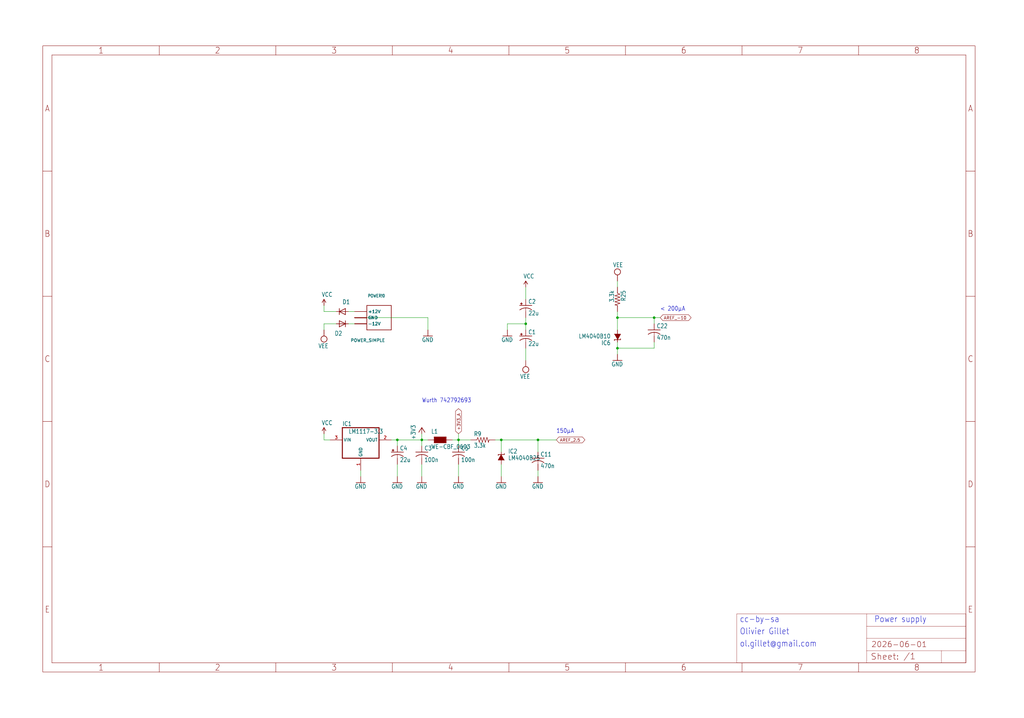
<source format=kicad_sch>
(kicad_sch
	(version 20231120)
	(generator "eeschema")
	(generator_version "8.0")
	(uuid "4115b9c2-fc69-4eef-9385-22a9c32133eb")
	(paper "User" 425.45 298.602)
	(lib_symbols
		(symbol "Apex3-eagle-import:+3V3"
			(power)
			(exclude_from_sim no)
			(in_bom yes)
			(on_board yes)
			(property "Reference" "#+3V3"
				(at 0 0 0)
				(effects
					(font
						(size 1.27 1.27)
					)
					(hide yes)
				)
			)
			(property "Value" ""
				(at -2.54 -5.08 90)
				(effects
					(font
						(size 1.778 1.5113)
					)
					(justify left bottom)
				)
			)
			(property "Footprint" ""
				(at 0 0 0)
				(effects
					(font
						(size 1.27 1.27)
					)
					(hide yes)
				)
			)
			(property "Datasheet" ""
				(at 0 0 0)
				(effects
					(font
						(size 1.27 1.27)
					)
					(hide yes)
				)
			)
			(property "Description" "SUPPLY SYMBOL"
				(at 0 0 0)
				(effects
					(font
						(size 1.27 1.27)
					)
					(hide yes)
				)
			)
			(property "ki_locked" ""
				(at 0 0 0)
				(effects
					(font
						(size 1.27 1.27)
					)
				)
			)
			(symbol "+3V3_1_0"
				(polyline
					(pts
						(xy 0 0) (xy -1.27 -1.905)
					)
					(stroke
						(width 0.254)
						(type solid)
					)
					(fill
						(type none)
					)
				)
				(polyline
					(pts
						(xy 1.27 -1.905) (xy 0 0)
					)
					(stroke
						(width 0.254)
						(type solid)
					)
					(fill
						(type none)
					)
				)
				(pin power_in line
					(at 0 -2.54 90)
					(length 2.54)
					(name "+3V3"
						(effects
							(font
								(size 0 0)
							)
						)
					)
					(number "1"
						(effects
							(font
								(size 0 0)
							)
						)
					)
				)
			)
		)
		(symbol "Apex3-eagle-import:A3L-LOC"
			(exclude_from_sim no)
			(in_bom yes)
			(on_board yes)
			(property "Reference" "#FRAME"
				(at 0 0 0)
				(effects
					(font
						(size 1.27 1.27)
					)
					(hide yes)
				)
			)
			(property "Value" ""
				(at 0 0 0)
				(effects
					(font
						(size 1.27 1.27)
					)
					(hide yes)
				)
			)
			(property "Footprint" ""
				(at 0 0 0)
				(effects
					(font
						(size 1.27 1.27)
					)
					(hide yes)
				)
			)
			(property "Datasheet" ""
				(at 0 0 0)
				(effects
					(font
						(size 1.27 1.27)
					)
					(hide yes)
				)
			)
			(property "Description" "FRAME\n\nDIN A3, landscape with location and doc. field"
				(at 0 0 0)
				(effects
					(font
						(size 1.27 1.27)
					)
					(hide yes)
				)
			)
			(property "ki_locked" ""
				(at 0 0 0)
				(effects
					(font
						(size 1.27 1.27)
					)
				)
			)
			(symbol "A3L-LOC_1_0"
				(polyline
					(pts
						(xy 0 52.07) (xy 3.81 52.07)
					)
					(stroke
						(width 0)
						(type default)
					)
					(fill
						(type none)
					)
				)
				(polyline
					(pts
						(xy 0 104.14) (xy 3.81 104.14)
					)
					(stroke
						(width 0)
						(type default)
					)
					(fill
						(type none)
					)
				)
				(polyline
					(pts
						(xy 0 156.21) (xy 3.81 156.21)
					)
					(stroke
						(width 0)
						(type default)
					)
					(fill
						(type none)
					)
				)
				(polyline
					(pts
						(xy 0 208.28) (xy 3.81 208.28)
					)
					(stroke
						(width 0)
						(type default)
					)
					(fill
						(type none)
					)
				)
				(polyline
					(pts
						(xy 3.81 3.81) (xy 3.81 256.54)
					)
					(stroke
						(width 0)
						(type default)
					)
					(fill
						(type none)
					)
				)
				(polyline
					(pts
						(xy 48.4188 0) (xy 48.4188 3.81)
					)
					(stroke
						(width 0)
						(type default)
					)
					(fill
						(type none)
					)
				)
				(polyline
					(pts
						(xy 48.4188 256.54) (xy 48.4188 260.35)
					)
					(stroke
						(width 0)
						(type default)
					)
					(fill
						(type none)
					)
				)
				(polyline
					(pts
						(xy 96.8375 0) (xy 96.8375 3.81)
					)
					(stroke
						(width 0)
						(type default)
					)
					(fill
						(type none)
					)
				)
				(polyline
					(pts
						(xy 96.8375 256.54) (xy 96.8375 260.35)
					)
					(stroke
						(width 0)
						(type default)
					)
					(fill
						(type none)
					)
				)
				(polyline
					(pts
						(xy 145.2563 0) (xy 145.2563 3.81)
					)
					(stroke
						(width 0)
						(type default)
					)
					(fill
						(type none)
					)
				)
				(polyline
					(pts
						(xy 145.2563 256.54) (xy 145.2563 260.35)
					)
					(stroke
						(width 0)
						(type default)
					)
					(fill
						(type none)
					)
				)
				(polyline
					(pts
						(xy 193.675 0) (xy 193.675 3.81)
					)
					(stroke
						(width 0)
						(type default)
					)
					(fill
						(type none)
					)
				)
				(polyline
					(pts
						(xy 193.675 256.54) (xy 193.675 260.35)
					)
					(stroke
						(width 0)
						(type default)
					)
					(fill
						(type none)
					)
				)
				(polyline
					(pts
						(xy 242.0938 0) (xy 242.0938 3.81)
					)
					(stroke
						(width 0)
						(type default)
					)
					(fill
						(type none)
					)
				)
				(polyline
					(pts
						(xy 242.0938 256.54) (xy 242.0938 260.35)
					)
					(stroke
						(width 0)
						(type default)
					)
					(fill
						(type none)
					)
				)
				(polyline
					(pts
						(xy 288.29 3.81) (xy 288.29 24.13)
					)
					(stroke
						(width 0.1016)
						(type solid)
					)
					(fill
						(type none)
					)
				)
				(polyline
					(pts
						(xy 288.29 3.81) (xy 342.265 3.81)
					)
					(stroke
						(width 0.1016)
						(type solid)
					)
					(fill
						(type none)
					)
				)
				(polyline
					(pts
						(xy 288.29 24.13) (xy 342.265 24.13)
					)
					(stroke
						(width 0.1016)
						(type solid)
					)
					(fill
						(type none)
					)
				)
				(polyline
					(pts
						(xy 290.5125 0) (xy 290.5125 3.81)
					)
					(stroke
						(width 0)
						(type default)
					)
					(fill
						(type none)
					)
				)
				(polyline
					(pts
						(xy 290.5125 256.54) (xy 290.5125 260.35)
					)
					(stroke
						(width 0)
						(type default)
					)
					(fill
						(type none)
					)
				)
				(polyline
					(pts
						(xy 338.9313 0) (xy 338.9313 3.81)
					)
					(stroke
						(width 0)
						(type default)
					)
					(fill
						(type none)
					)
				)
				(polyline
					(pts
						(xy 338.9313 256.54) (xy 338.9313 260.35)
					)
					(stroke
						(width 0)
						(type default)
					)
					(fill
						(type none)
					)
				)
				(polyline
					(pts
						(xy 342.265 3.81) (xy 373.38 3.81)
					)
					(stroke
						(width 0.1016)
						(type solid)
					)
					(fill
						(type none)
					)
				)
				(polyline
					(pts
						(xy 342.265 8.89) (xy 342.265 3.81)
					)
					(stroke
						(width 0.1016)
						(type solid)
					)
					(fill
						(type none)
					)
				)
				(polyline
					(pts
						(xy 342.265 8.89) (xy 342.265 13.97)
					)
					(stroke
						(width 0.1016)
						(type solid)
					)
					(fill
						(type none)
					)
				)
				(polyline
					(pts
						(xy 342.265 13.97) (xy 342.265 19.05)
					)
					(stroke
						(width 0.1016)
						(type solid)
					)
					(fill
						(type none)
					)
				)
				(polyline
					(pts
						(xy 342.265 13.97) (xy 383.54 13.97)
					)
					(stroke
						(width 0.1016)
						(type solid)
					)
					(fill
						(type none)
					)
				)
				(polyline
					(pts
						(xy 342.265 19.05) (xy 342.265 24.13)
					)
					(stroke
						(width 0.1016)
						(type solid)
					)
					(fill
						(type none)
					)
				)
				(polyline
					(pts
						(xy 342.265 19.05) (xy 383.54 19.05)
					)
					(stroke
						(width 0.1016)
						(type solid)
					)
					(fill
						(type none)
					)
				)
				(polyline
					(pts
						(xy 342.265 24.13) (xy 383.54 24.13)
					)
					(stroke
						(width 0.1016)
						(type solid)
					)
					(fill
						(type none)
					)
				)
				(polyline
					(pts
						(xy 373.38 3.81) (xy 373.38 8.89)
					)
					(stroke
						(width 0.1016)
						(type solid)
					)
					(fill
						(type none)
					)
				)
				(polyline
					(pts
						(xy 373.38 3.81) (xy 383.54 3.81)
					)
					(stroke
						(width 0.1016)
						(type solid)
					)
					(fill
						(type none)
					)
				)
				(polyline
					(pts
						(xy 373.38 8.89) (xy 342.265 8.89)
					)
					(stroke
						(width 0.1016)
						(type solid)
					)
					(fill
						(type none)
					)
				)
				(polyline
					(pts
						(xy 373.38 8.89) (xy 383.54 8.89)
					)
					(stroke
						(width 0.1016)
						(type solid)
					)
					(fill
						(type none)
					)
				)
				(polyline
					(pts
						(xy 383.54 3.81) (xy 3.81 3.81)
					)
					(stroke
						(width 0)
						(type default)
					)
					(fill
						(type none)
					)
				)
				(polyline
					(pts
						(xy 383.54 3.81) (xy 383.54 8.89)
					)
					(stroke
						(width 0.1016)
						(type solid)
					)
					(fill
						(type none)
					)
				)
				(polyline
					(pts
						(xy 383.54 3.81) (xy 383.54 256.54)
					)
					(stroke
						(width 0)
						(type default)
					)
					(fill
						(type none)
					)
				)
				(polyline
					(pts
						(xy 383.54 8.89) (xy 383.54 13.97)
					)
					(stroke
						(width 0.1016)
						(type solid)
					)
					(fill
						(type none)
					)
				)
				(polyline
					(pts
						(xy 383.54 13.97) (xy 383.54 19.05)
					)
					(stroke
						(width 0.1016)
						(type solid)
					)
					(fill
						(type none)
					)
				)
				(polyline
					(pts
						(xy 383.54 19.05) (xy 383.54 24.13)
					)
					(stroke
						(width 0.1016)
						(type solid)
					)
					(fill
						(type none)
					)
				)
				(polyline
					(pts
						(xy 383.54 52.07) (xy 387.35 52.07)
					)
					(stroke
						(width 0)
						(type default)
					)
					(fill
						(type none)
					)
				)
				(polyline
					(pts
						(xy 383.54 104.14) (xy 387.35 104.14)
					)
					(stroke
						(width 0)
						(type default)
					)
					(fill
						(type none)
					)
				)
				(polyline
					(pts
						(xy 383.54 156.21) (xy 387.35 156.21)
					)
					(stroke
						(width 0)
						(type default)
					)
					(fill
						(type none)
					)
				)
				(polyline
					(pts
						(xy 383.54 208.28) (xy 387.35 208.28)
					)
					(stroke
						(width 0)
						(type default)
					)
					(fill
						(type none)
					)
				)
				(polyline
					(pts
						(xy 383.54 256.54) (xy 3.81 256.54)
					)
					(stroke
						(width 0)
						(type default)
					)
					(fill
						(type none)
					)
				)
				(polyline
					(pts
						(xy 0 0) (xy 387.35 0) (xy 387.35 260.35) (xy 0 260.35) (xy 0 0)
					)
					(stroke
						(width 0)
						(type default)
					)
					(fill
						(type none)
					)
				)
				(text "${#}/${##}"
					(at 357.505 5.08 0)
					(effects
						(font
							(size 2.54 2.54)
						)
						(justify left bottom)
					)
				)
				(text "${CURRENT_DATE}"
					(at 344.17 10.16 0)
					(effects
						(font
							(size 2.286 2.286)
						)
						(justify left bottom)
					)
				)
				(text "${PROJECTNAME}"
					(at 344.17 15.24 0)
					(effects
						(font
							(size 2.54 2.54)
						)
						(justify left bottom)
					)
				)
				(text "1"
					(at 24.2094 1.905 0)
					(effects
						(font
							(size 2.54 2.286)
						)
					)
				)
				(text "1"
					(at 24.2094 258.445 0)
					(effects
						(font
							(size 2.54 2.286)
						)
					)
				)
				(text "2"
					(at 72.6281 1.905 0)
					(effects
						(font
							(size 2.54 2.286)
						)
					)
				)
				(text "2"
					(at 72.6281 258.445 0)
					(effects
						(font
							(size 2.54 2.286)
						)
					)
				)
				(text "3"
					(at 121.0469 1.905 0)
					(effects
						(font
							(size 2.54 2.286)
						)
					)
				)
				(text "3"
					(at 121.0469 258.445 0)
					(effects
						(font
							(size 2.54 2.286)
						)
					)
				)
				(text "4"
					(at 169.4656 1.905 0)
					(effects
						(font
							(size 2.54 2.286)
						)
					)
				)
				(text "4"
					(at 169.4656 258.445 0)
					(effects
						(font
							(size 2.54 2.286)
						)
					)
				)
				(text "5"
					(at 217.8844 1.905 0)
					(effects
						(font
							(size 2.54 2.286)
						)
					)
				)
				(text "5"
					(at 217.8844 258.445 0)
					(effects
						(font
							(size 2.54 2.286)
						)
					)
				)
				(text "6"
					(at 266.3031 1.905 0)
					(effects
						(font
							(size 2.54 2.286)
						)
					)
				)
				(text "6"
					(at 266.3031 258.445 0)
					(effects
						(font
							(size 2.54 2.286)
						)
					)
				)
				(text "7"
					(at 314.7219 1.905 0)
					(effects
						(font
							(size 2.54 2.286)
						)
					)
				)
				(text "7"
					(at 314.7219 258.445 0)
					(effects
						(font
							(size 2.54 2.286)
						)
					)
				)
				(text "8"
					(at 363.1406 1.905 0)
					(effects
						(font
							(size 2.54 2.286)
						)
					)
				)
				(text "8"
					(at 363.1406 258.445 0)
					(effects
						(font
							(size 2.54 2.286)
						)
					)
				)
				(text "A"
					(at 1.905 234.315 0)
					(effects
						(font
							(size 2.54 2.286)
						)
					)
				)
				(text "A"
					(at 385.445 234.315 0)
					(effects
						(font
							(size 2.54 2.286)
						)
					)
				)
				(text "B"
					(at 1.905 182.245 0)
					(effects
						(font
							(size 2.54 2.286)
						)
					)
				)
				(text "B"
					(at 385.445 182.245 0)
					(effects
						(font
							(size 2.54 2.286)
						)
					)
				)
				(text "C"
					(at 1.905 130.175 0)
					(effects
						(font
							(size 2.54 2.286)
						)
					)
				)
				(text "C"
					(at 385.445 130.175 0)
					(effects
						(font
							(size 2.54 2.286)
						)
					)
				)
				(text "D"
					(at 1.905 78.105 0)
					(effects
						(font
							(size 2.54 2.286)
						)
					)
				)
				(text "D"
					(at 385.445 78.105 0)
					(effects
						(font
							(size 2.54 2.286)
						)
					)
				)
				(text "E"
					(at 1.905 26.035 0)
					(effects
						(font
							(size 2.54 2.286)
						)
					)
				)
				(text "E"
					(at 385.445 26.035 0)
					(effects
						(font
							(size 2.54 2.286)
						)
					)
				)
				(text "Sheet:"
					(at 343.916 4.953 0)
					(effects
						(font
							(size 2.54 2.54)
						)
						(justify left bottom)
					)
				)
			)
		)
		(symbol "Apex3-eagle-import:C-USC0603"
			(exclude_from_sim no)
			(in_bom yes)
			(on_board yes)
			(property "Reference" "C"
				(at 1.016 0.635 0)
				(effects
					(font
						(size 1.778 1.5113)
					)
					(justify left bottom)
				)
			)
			(property "Value" ""
				(at 1.016 -4.191 0)
				(effects
					(font
						(size 1.778 1.5113)
					)
					(justify left bottom)
				)
			)
			(property "Footprint" "Apex3:C0603"
				(at 0 0 0)
				(effects
					(font
						(size 1.27 1.27)
					)
					(hide yes)
				)
			)
			(property "Datasheet" ""
				(at 0 0 0)
				(effects
					(font
						(size 1.27 1.27)
					)
					(hide yes)
				)
			)
			(property "Description" "CAPACITOR, American symbol"
				(at 0 0 0)
				(effects
					(font
						(size 1.27 1.27)
					)
					(hide yes)
				)
			)
			(property "ki_locked" ""
				(at 0 0 0)
				(effects
					(font
						(size 1.27 1.27)
					)
				)
			)
			(symbol "C-USC0603_1_0"
				(arc
					(start 0 -1.0161)
					(mid -1.302 -1.2303)
					(end -2.4668 -1.8504)
					(stroke
						(width 0.254)
						(type solid)
					)
					(fill
						(type none)
					)
				)
				(polyline
					(pts
						(xy -2.54 0) (xy 2.54 0)
					)
					(stroke
						(width 0.254)
						(type solid)
					)
					(fill
						(type none)
					)
				)
				(polyline
					(pts
						(xy 0 -1.016) (xy 0 -2.54)
					)
					(stroke
						(width 0.1524)
						(type solid)
					)
					(fill
						(type none)
					)
				)
				(arc
					(start 2.4892 -1.8541)
					(mid 1.3158 -1.2194)
					(end 0 -1)
					(stroke
						(width 0.254)
						(type solid)
					)
					(fill
						(type none)
					)
				)
				(pin passive line
					(at 0 2.54 270)
					(length 2.54)
					(name "1"
						(effects
							(font
								(size 0 0)
							)
						)
					)
					(number "1"
						(effects
							(font
								(size 0 0)
							)
						)
					)
				)
				(pin passive line
					(at 0 -5.08 90)
					(length 2.54)
					(name "2"
						(effects
							(font
								(size 0 0)
							)
						)
					)
					(number "2"
						(effects
							(font
								(size 0 0)
							)
						)
					)
				)
			)
		)
		(symbol "Apex3-eagle-import:CPOL-USC"
			(exclude_from_sim no)
			(in_bom yes)
			(on_board yes)
			(property "Reference" "C"
				(at 1.016 0.635 0)
				(effects
					(font
						(size 1.778 1.5113)
					)
					(justify left bottom)
				)
			)
			(property "Value" ""
				(at 1.016 -4.191 0)
				(effects
					(font
						(size 1.778 1.5113)
					)
					(justify left bottom)
				)
			)
			(property "Footprint" "Apex3:PANASONIC_C"
				(at 0 0 0)
				(effects
					(font
						(size 1.27 1.27)
					)
					(hide yes)
				)
			)
			(property "Datasheet" ""
				(at 0 0 0)
				(effects
					(font
						(size 1.27 1.27)
					)
					(hide yes)
				)
			)
			(property "Description" "POLARIZED CAPACITOR, American symbol"
				(at 0 0 0)
				(effects
					(font
						(size 1.27 1.27)
					)
					(hide yes)
				)
			)
			(property "ki_locked" ""
				(at 0 0 0)
				(effects
					(font
						(size 1.27 1.27)
					)
				)
			)
			(symbol "CPOL-USC_1_0"
				(rectangle
					(start -2.253 0.668)
					(end -1.364 0.795)
					(stroke
						(width 0)
						(type default)
					)
					(fill
						(type outline)
					)
				)
				(rectangle
					(start -1.872 0.287)
					(end -1.745 1.176)
					(stroke
						(width 0)
						(type default)
					)
					(fill
						(type outline)
					)
				)
				(arc
					(start 0 -1.0161)
					(mid -1.3021 -1.2303)
					(end -2.4669 -1.8504)
					(stroke
						(width 0.254)
						(type solid)
					)
					(fill
						(type none)
					)
				)
				(polyline
					(pts
						(xy -2.54 0) (xy 2.54 0)
					)
					(stroke
						(width 0.254)
						(type solid)
					)
					(fill
						(type none)
					)
				)
				(polyline
					(pts
						(xy 0 -1.016) (xy 0 -2.54)
					)
					(stroke
						(width 0.1524)
						(type solid)
					)
					(fill
						(type none)
					)
				)
				(arc
					(start 2.4892 -1.8541)
					(mid 1.3158 -1.2194)
					(end 0 -1)
					(stroke
						(width 0.254)
						(type solid)
					)
					(fill
						(type none)
					)
				)
				(pin passive line
					(at 0 2.54 270)
					(length 2.54)
					(name "+"
						(effects
							(font
								(size 0 0)
							)
						)
					)
					(number "+"
						(effects
							(font
								(size 0 0)
							)
						)
					)
				)
				(pin passive line
					(at 0 -5.08 90)
					(length 2.54)
					(name "-"
						(effects
							(font
								(size 0 0)
							)
						)
					)
					(number "-"
						(effects
							(font
								(size 0 0)
							)
						)
					)
				)
			)
		)
		(symbol "Apex3-eagle-import:DIODE-SOD123"
			(exclude_from_sim no)
			(in_bom yes)
			(on_board yes)
			(property "Reference" "D"
				(at 2.54 0.4826 0)
				(effects
					(font
						(size 1.778 1.5113)
					)
					(justify left bottom)
				)
			)
			(property "Value" ""
				(at 2.54 -2.3114 0)
				(effects
					(font
						(size 1.778 1.5113)
					)
					(justify left bottom)
				)
			)
			(property "Footprint" "Apex3:SOD123"
				(at 0 0 0)
				(effects
					(font
						(size 1.27 1.27)
					)
					(hide yes)
				)
			)
			(property "Datasheet" ""
				(at 0 0 0)
				(effects
					(font
						(size 1.27 1.27)
					)
					(hide yes)
				)
			)
			(property "Description" "DIODE"
				(at 0 0 0)
				(effects
					(font
						(size 1.27 1.27)
					)
					(hide yes)
				)
			)
			(property "ki_locked" ""
				(at 0 0 0)
				(effects
					(font
						(size 1.27 1.27)
					)
				)
			)
			(symbol "DIODE-SOD123_1_0"
				(polyline
					(pts
						(xy -1.27 -1.27) (xy 1.27 0)
					)
					(stroke
						(width 0.254)
						(type solid)
					)
					(fill
						(type none)
					)
				)
				(polyline
					(pts
						(xy -1.27 1.27) (xy -1.27 -1.27)
					)
					(stroke
						(width 0.254)
						(type solid)
					)
					(fill
						(type none)
					)
				)
				(polyline
					(pts
						(xy 1.27 0) (xy -1.27 1.27)
					)
					(stroke
						(width 0.254)
						(type solid)
					)
					(fill
						(type none)
					)
				)
				(polyline
					(pts
						(xy 1.27 0) (xy 1.27 -1.27)
					)
					(stroke
						(width 0.254)
						(type solid)
					)
					(fill
						(type none)
					)
				)
				(polyline
					(pts
						(xy 1.27 1.27) (xy 1.27 0)
					)
					(stroke
						(width 0.254)
						(type solid)
					)
					(fill
						(type none)
					)
				)
				(pin passive line
					(at -2.54 0 0)
					(length 2.54)
					(name "A"
						(effects
							(font
								(size 0 0)
							)
						)
					)
					(number "A"
						(effects
							(font
								(size 0 0)
							)
						)
					)
				)
				(pin passive line
					(at 2.54 0 180)
					(length 2.54)
					(name "C"
						(effects
							(font
								(size 0 0)
							)
						)
					)
					(number "C"
						(effects
							(font
								(size 0 0)
							)
						)
					)
				)
			)
		)
		(symbol "Apex3-eagle-import:GND"
			(power)
			(exclude_from_sim no)
			(in_bom yes)
			(on_board yes)
			(property "Reference" "#GND"
				(at 0 0 0)
				(effects
					(font
						(size 1.27 1.27)
					)
					(hide yes)
				)
			)
			(property "Value" ""
				(at -2.54 -2.54 0)
				(effects
					(font
						(size 1.778 1.5113)
					)
					(justify left bottom)
				)
			)
			(property "Footprint" ""
				(at 0 0 0)
				(effects
					(font
						(size 1.27 1.27)
					)
					(hide yes)
				)
			)
			(property "Datasheet" ""
				(at 0 0 0)
				(effects
					(font
						(size 1.27 1.27)
					)
					(hide yes)
				)
			)
			(property "Description" "SUPPLY SYMBOL"
				(at 0 0 0)
				(effects
					(font
						(size 1.27 1.27)
					)
					(hide yes)
				)
			)
			(property "ki_locked" ""
				(at 0 0 0)
				(effects
					(font
						(size 1.27 1.27)
					)
				)
			)
			(symbol "GND_1_0"
				(polyline
					(pts
						(xy -1.905 0) (xy 1.905 0)
					)
					(stroke
						(width 0.254)
						(type solid)
					)
					(fill
						(type none)
					)
				)
				(pin power_in line
					(at 0 2.54 270)
					(length 2.54)
					(name "GND"
						(effects
							(font
								(size 0 0)
							)
						)
					)
					(number "1"
						(effects
							(font
								(size 0 0)
							)
						)
					)
				)
			)
		)
		(symbol "Apex3-eagle-import:LM4041DBZ"
			(exclude_from_sim no)
			(in_bom yes)
			(on_board yes)
			(property "Reference" "IC"
				(at 2.794 1.905 0)
				(effects
					(font
						(size 1.778 1.5113)
					)
					(justify left bottom)
				)
			)
			(property "Value" ""
				(at 2.794 -0.889 0)
				(effects
					(font
						(size 1.778 1.5113)
					)
					(justify left bottom)
				)
			)
			(property "Footprint" "Apex3:DBZ_R-PDSO-G3"
				(at 0 0 0)
				(effects
					(font
						(size 1.27 1.27)
					)
					(hide yes)
				)
			)
			(property "Datasheet" ""
				(at 0 0 0)
				(effects
					(font
						(size 1.27 1.27)
					)
					(hide yes)
				)
			)
			(property "Description" "PRECISION MICROPOWER SHUNT VOLTAGE REFERENCE\n\nSource: http://focus.ti.com/lit/ds/slcs146e/slcs146e.pdf"
				(at 0 0 0)
				(effects
					(font
						(size 1.27 1.27)
					)
					(hide yes)
				)
			)
			(property "ki_locked" ""
				(at 0 0 0)
				(effects
					(font
						(size 1.27 1.27)
					)
				)
			)
			(symbol "LM4041DBZ_1_0"
				(polyline
					(pts
						(xy -1.27 1.524) (xy -1.27 1.143)
					)
					(stroke
						(width 0.254)
						(type solid)
					)
					(fill
						(type none)
					)
				)
				(polyline
					(pts
						(xy 0 1.524) (xy -1.27 1.524)
					)
					(stroke
						(width 0.254)
						(type solid)
					)
					(fill
						(type none)
					)
				)
				(polyline
					(pts
						(xy 1.27 1.524) (xy 0 1.524)
					)
					(stroke
						(width 0.254)
						(type solid)
					)
					(fill
						(type none)
					)
				)
				(polyline
					(pts
						(xy 1.27 1.905) (xy 1.27 1.524)
					)
					(stroke
						(width 0.254)
						(type solid)
					)
					(fill
						(type none)
					)
				)
				(polyline
					(pts
						(xy 0 1.524) (xy -1.27 -0.762) (xy 1.27 -0.762)
					)
					(stroke
						(width 0.254)
						(type solid)
					)
					(fill
						(type outline)
					)
				)
				(pin passive line
					(at 0 2.54 270)
					(length 2.54)
					(name "C"
						(effects
							(font
								(size 0 0)
							)
						)
					)
					(number "1"
						(effects
							(font
								(size 0 0)
							)
						)
					)
				)
				(pin passive line
					(at 0 -2.54 90)
					(length 2.54)
					(name "A"
						(effects
							(font
								(size 0 0)
							)
						)
					)
					(number "2"
						(effects
							(font
								(size 0 0)
							)
						)
					)
				)
			)
		)
		(symbol "Apex3-eagle-import:POWER_SIMPLE"
			(exclude_from_sim no)
			(in_bom yes)
			(on_board yes)
			(property "Reference" "J$"
				(at -5.334 6.096 0)
				(effects
					(font
						(size 1.27 1.0795)
					)
					(justify left bottom)
				)
			)
			(property "Value" ""
				(at 0 0 0)
				(effects
					(font
						(size 1.27 1.27)
					)
					(hide yes)
				)
			)
			(property "Footprint" "Apex3:2X05_SMT_HEADER"
				(at 0 0 0)
				(effects
					(font
						(size 1.27 1.27)
					)
					(hide yes)
				)
			)
			(property "Datasheet" ""
				(at 0 0 0)
				(effects
					(font
						(size 1.27 1.27)
					)
					(hide yes)
				)
			)
			(property "Description" ""
				(at 0 0 0)
				(effects
					(font
						(size 1.27 1.27)
					)
					(hide yes)
				)
			)
			(property "ki_locked" ""
				(at 0 0 0)
				(effects
					(font
						(size 1.27 1.27)
					)
				)
			)
			(symbol "POWER_SIMPLE_1_0"
				(polyline
					(pts
						(xy -5.08 -5.08) (xy -5.08 5.08)
					)
					(stroke
						(width 0.254)
						(type solid)
					)
					(fill
						(type none)
					)
				)
				(polyline
					(pts
						(xy -5.08 5.08) (xy 5.08 5.08)
					)
					(stroke
						(width 0.254)
						(type solid)
					)
					(fill
						(type none)
					)
				)
				(polyline
					(pts
						(xy 5.08 -5.08) (xy -5.08 -5.08)
					)
					(stroke
						(width 0.254)
						(type solid)
					)
					(fill
						(type none)
					)
				)
				(polyline
					(pts
						(xy 5.08 5.08) (xy 5.08 -5.08)
					)
					(stroke
						(width 0.254)
						(type solid)
					)
					(fill
						(type none)
					)
				)
				(pin bidirectional line
					(at 10.16 -2.54 180)
					(length 5.08)
					(name "-12V"
						(effects
							(font
								(size 1.27 1.27)
							)
						)
					)
					(number "1"
						(effects
							(font
								(size 0 0)
							)
						)
					)
				)
				(pin bidirectional line
					(at 10.16 2.54 180)
					(length 5.08)
					(name "+12V"
						(effects
							(font
								(size 1.27 1.27)
							)
						)
					)
					(number "10"
						(effects
							(font
								(size 0 0)
							)
						)
					)
				)
				(pin bidirectional line
					(at 10.16 -2.54 180)
					(length 5.08)
					(name "-12V"
						(effects
							(font
								(size 1.27 1.27)
							)
						)
					)
					(number "2"
						(effects
							(font
								(size 0 0)
							)
						)
					)
				)
				(pin bidirectional line
					(at 10.16 0 180)
					(length 5.08)
					(name "GND"
						(effects
							(font
								(size 1.27 1.27)
							)
						)
					)
					(number "3"
						(effects
							(font
								(size 0 0)
							)
						)
					)
				)
				(pin bidirectional line
					(at 10.16 0 180)
					(length 5.08)
					(name "GND"
						(effects
							(font
								(size 1.27 1.27)
							)
						)
					)
					(number "4"
						(effects
							(font
								(size 0 0)
							)
						)
					)
				)
				(pin bidirectional line
					(at 10.16 0 180)
					(length 5.08)
					(name "GND"
						(effects
							(font
								(size 1.27 1.27)
							)
						)
					)
					(number "5"
						(effects
							(font
								(size 0 0)
							)
						)
					)
				)
				(pin bidirectional line
					(at 10.16 0 180)
					(length 5.08)
					(name "GND"
						(effects
							(font
								(size 1.27 1.27)
							)
						)
					)
					(number "6"
						(effects
							(font
								(size 0 0)
							)
						)
					)
				)
				(pin bidirectional line
					(at 10.16 0 180)
					(length 5.08)
					(name "GND"
						(effects
							(font
								(size 1.27 1.27)
							)
						)
					)
					(number "7"
						(effects
							(font
								(size 0 0)
							)
						)
					)
				)
				(pin bidirectional line
					(at 10.16 0 180)
					(length 5.08)
					(name "GND"
						(effects
							(font
								(size 1.27 1.27)
							)
						)
					)
					(number "8"
						(effects
							(font
								(size 0 0)
							)
						)
					)
				)
				(pin bidirectional line
					(at 10.16 2.54 180)
					(length 5.08)
					(name "+12V"
						(effects
							(font
								(size 1.27 1.27)
							)
						)
					)
					(number "9"
						(effects
							(font
								(size 0 0)
							)
						)
					)
				)
			)
		)
		(symbol "Apex3-eagle-import:R-US_R0603"
			(exclude_from_sim no)
			(in_bom yes)
			(on_board yes)
			(property "Reference" "R"
				(at -3.81 1.4986 0)
				(effects
					(font
						(size 1.778 1.5113)
					)
					(justify left bottom)
				)
			)
			(property "Value" ""
				(at -3.81 -3.302 0)
				(effects
					(font
						(size 1.778 1.5113)
					)
					(justify left bottom)
				)
			)
			(property "Footprint" "Apex3:R0603"
				(at 0 0 0)
				(effects
					(font
						(size 1.27 1.27)
					)
					(hide yes)
				)
			)
			(property "Datasheet" ""
				(at 0 0 0)
				(effects
					(font
						(size 1.27 1.27)
					)
					(hide yes)
				)
			)
			(property "Description" "RESISTOR, American symbol"
				(at 0 0 0)
				(effects
					(font
						(size 1.27 1.27)
					)
					(hide yes)
				)
			)
			(property "ki_locked" ""
				(at 0 0 0)
				(effects
					(font
						(size 1.27 1.27)
					)
				)
			)
			(symbol "R-US_R0603_1_0"
				(polyline
					(pts
						(xy -2.54 0) (xy -2.159 1.016)
					)
					(stroke
						(width 0.2032)
						(type solid)
					)
					(fill
						(type none)
					)
				)
				(polyline
					(pts
						(xy -2.159 1.016) (xy -1.524 -1.016)
					)
					(stroke
						(width 0.2032)
						(type solid)
					)
					(fill
						(type none)
					)
				)
				(polyline
					(pts
						(xy -1.524 -1.016) (xy -0.889 1.016)
					)
					(stroke
						(width 0.2032)
						(type solid)
					)
					(fill
						(type none)
					)
				)
				(polyline
					(pts
						(xy -0.889 1.016) (xy -0.254 -1.016)
					)
					(stroke
						(width 0.2032)
						(type solid)
					)
					(fill
						(type none)
					)
				)
				(polyline
					(pts
						(xy -0.254 -1.016) (xy 0.381 1.016)
					)
					(stroke
						(width 0.2032)
						(type solid)
					)
					(fill
						(type none)
					)
				)
				(polyline
					(pts
						(xy 0.381 1.016) (xy 1.016 -1.016)
					)
					(stroke
						(width 0.2032)
						(type solid)
					)
					(fill
						(type none)
					)
				)
				(polyline
					(pts
						(xy 1.016 -1.016) (xy 1.651 1.016)
					)
					(stroke
						(width 0.2032)
						(type solid)
					)
					(fill
						(type none)
					)
				)
				(polyline
					(pts
						(xy 1.651 1.016) (xy 2.286 -1.016)
					)
					(stroke
						(width 0.2032)
						(type solid)
					)
					(fill
						(type none)
					)
				)
				(polyline
					(pts
						(xy 2.286 -1.016) (xy 2.54 0)
					)
					(stroke
						(width 0.2032)
						(type solid)
					)
					(fill
						(type none)
					)
				)
				(pin passive line
					(at -5.08 0 0)
					(length 2.54)
					(name "1"
						(effects
							(font
								(size 0 0)
							)
						)
					)
					(number "1"
						(effects
							(font
								(size 0 0)
							)
						)
					)
				)
				(pin passive line
					(at 5.08 0 180)
					(length 2.54)
					(name "2"
						(effects
							(font
								(size 0 0)
							)
						)
					)
					(number "2"
						(effects
							(font
								(size 0 0)
							)
						)
					)
				)
			)
		)
		(symbol "Apex3-eagle-import:REG1117"
			(exclude_from_sim no)
			(in_bom yes)
			(on_board yes)
			(property "Reference" "IC"
				(at -7.62 5.715 0)
				(effects
					(font
						(size 1.778 1.5113)
					)
					(justify left bottom)
				)
			)
			(property "Value" ""
				(at -5.08 2.54 0)
				(effects
					(font
						(size 1.778 1.5113)
					)
					(justify left bottom)
				)
			)
			(property "Footprint" "Apex3:SOT223"
				(at 0 0 0)
				(effects
					(font
						(size 1.27 1.27)
					)
					(hide yes)
				)
			)
			(property "Datasheet" ""
				(at 0 0 0)
				(effects
					(font
						(size 1.27 1.27)
					)
					(hide yes)
				)
			)
			(property "Description" "800mA and 1A Low Dropout (LDO) Positive Regulator\n\n1.8V, 2.5V, 2.85V, 3.3V, 5V, and Adj"
				(at 0 0 0)
				(effects
					(font
						(size 1.27 1.27)
					)
					(hide yes)
				)
			)
			(property "ki_locked" ""
				(at 0 0 0)
				(effects
					(font
						(size 1.27 1.27)
					)
				)
			)
			(symbol "REG1117_1_0"
				(polyline
					(pts
						(xy -7.62 -7.62) (xy 7.62 -7.62)
					)
					(stroke
						(width 0.4064)
						(type solid)
					)
					(fill
						(type none)
					)
				)
				(polyline
					(pts
						(xy -7.62 5.08) (xy -7.62 -7.62)
					)
					(stroke
						(width 0.4064)
						(type solid)
					)
					(fill
						(type none)
					)
				)
				(polyline
					(pts
						(xy 7.62 -7.62) (xy 7.62 5.08)
					)
					(stroke
						(width 0.4064)
						(type solid)
					)
					(fill
						(type none)
					)
				)
				(polyline
					(pts
						(xy 7.62 5.08) (xy -7.62 5.08)
					)
					(stroke
						(width 0.4064)
						(type solid)
					)
					(fill
						(type none)
					)
				)
				(pin power_in line
					(at 0 -12.7 90)
					(length 5.08)
					(name "GND"
						(effects
							(font
								(size 1.27 1.27)
							)
						)
					)
					(number "1"
						(effects
							(font
								(size 1.27 1.27)
							)
						)
					)
				)
				(pin output line
					(at 12.7 0 180)
					(length 5.08)
					(name "VOUT"
						(effects
							(font
								(size 1.27 1.27)
							)
						)
					)
					(number "2"
						(effects
							(font
								(size 1.27 1.27)
							)
						)
					)
				)
				(pin input line
					(at -12.7 0 0)
					(length 5.08)
					(name "VIN"
						(effects
							(font
								(size 1.27 1.27)
							)
						)
					)
					(number "3"
						(effects
							(font
								(size 1.27 1.27)
							)
						)
					)
				)
			)
		)
		(symbol "Apex3-eagle-import:VCC"
			(power)
			(exclude_from_sim no)
			(in_bom yes)
			(on_board yes)
			(property "Reference" "#P+"
				(at 0 0 0)
				(effects
					(font
						(size 1.27 1.27)
					)
					(hide yes)
				)
			)
			(property "Value" ""
				(at -1.016 3.556 0)
				(effects
					(font
						(size 1.778 1.5113)
					)
					(justify left bottom)
				)
			)
			(property "Footprint" ""
				(at 0 0 0)
				(effects
					(font
						(size 1.27 1.27)
					)
					(hide yes)
				)
			)
			(property "Datasheet" ""
				(at 0 0 0)
				(effects
					(font
						(size 1.27 1.27)
					)
					(hide yes)
				)
			)
			(property "Description" "SUPPLY SYMBOL"
				(at 0 0 0)
				(effects
					(font
						(size 1.27 1.27)
					)
					(hide yes)
				)
			)
			(property "ki_locked" ""
				(at 0 0 0)
				(effects
					(font
						(size 1.27 1.27)
					)
				)
			)
			(symbol "VCC_1_0"
				(polyline
					(pts
						(xy 0 2.54) (xy -0.762 1.27)
					)
					(stroke
						(width 0.254)
						(type solid)
					)
					(fill
						(type none)
					)
				)
				(polyline
					(pts
						(xy 0.762 1.27) (xy 0 2.54)
					)
					(stroke
						(width 0.254)
						(type solid)
					)
					(fill
						(type none)
					)
				)
				(pin power_in line
					(at 0 0 90)
					(length 2.54)
					(name "VCC"
						(effects
							(font
								(size 0 0)
							)
						)
					)
					(number "1"
						(effects
							(font
								(size 0 0)
							)
						)
					)
				)
			)
		)
		(symbol "Apex3-eagle-import:VEE"
			(power)
			(exclude_from_sim no)
			(in_bom yes)
			(on_board yes)
			(property "Reference" "#SUPPLY"
				(at 0 0 0)
				(effects
					(font
						(size 1.27 1.27)
					)
					(hide yes)
				)
			)
			(property "Value" ""
				(at -1.905 3.175 0)
				(effects
					(font
						(size 1.778 1.5113)
					)
					(justify left bottom)
				)
			)
			(property "Footprint" ""
				(at 0 0 0)
				(effects
					(font
						(size 1.27 1.27)
					)
					(hide yes)
				)
			)
			(property "Datasheet" ""
				(at 0 0 0)
				(effects
					(font
						(size 1.27 1.27)
					)
					(hide yes)
				)
			)
			(property "Description" "SUPPLY SYMBOL"
				(at 0 0 0)
				(effects
					(font
						(size 1.27 1.27)
					)
					(hide yes)
				)
			)
			(property "ki_locked" ""
				(at 0 0 0)
				(effects
					(font
						(size 1.27 1.27)
					)
				)
			)
			(symbol "VEE_1_0"
				(circle
					(center 0 1.27)
					(radius 1.27)
					(stroke
						(width 0.254)
						(type solid)
					)
					(fill
						(type none)
					)
				)
				(pin power_in line
					(at 0 -2.54 90)
					(length 2.54)
					(name "VEE"
						(effects
							(font
								(size 0 0)
							)
						)
					)
					(number "1"
						(effects
							(font
								(size 0 0)
							)
						)
					)
				)
			)
		)
		(symbol "Apex3-eagle-import:WE-CBF_0603"
			(exclude_from_sim no)
			(in_bom yes)
			(on_board yes)
			(property "Reference" "L"
				(at -3.81 5.08 0)
				(effects
					(font
						(size 1.778 1.5113)
					)
					(justify left bottom)
				)
			)
			(property "Value" ""
				(at -3.81 -1.27 0)
				(effects
					(font
						(size 1.778 1.5113)
					)
					(justify left bottom)
				)
			)
			(property "Footprint" "Apex3:0603"
				(at 0 0 0)
				(effects
					(font
						(size 1.27 1.27)
					)
					(hide yes)
				)
			)
			(property "Datasheet" ""
				(at 0 0 0)
				(effects
					(font
						(size 1.27 1.27)
					)
					(hide yes)
				)
			)
			(property "Description" "SMD EMI Suppression Ferrite Beads  - excellent anti-EMI properties  - low DCR - impedances till 3000 ohms - rated current up to 6 A"
				(at 0 0 0)
				(effects
					(font
						(size 1.27 1.27)
					)
					(hide yes)
				)
			)
			(property "ki_locked" ""
				(at 0 0 0)
				(effects
					(font
						(size 1.27 1.27)
					)
				)
			)
			(symbol "WE-CBF_0603_1_0"
				(rectangle
					(start -2.54 1.27)
					(end 2.54 3.81)
					(stroke
						(width 0)
						(type default)
					)
					(fill
						(type outline)
					)
				)
				(pin passive line
					(at -5.08 2.54 0)
					(length 2.54)
					(name "1"
						(effects
							(font
								(size 0 0)
							)
						)
					)
					(number "1"
						(effects
							(font
								(size 0 0)
							)
						)
					)
				)
				(pin passive line
					(at 5.08 2.54 180)
					(length 2.54)
					(name "2"
						(effects
							(font
								(size 0 0)
							)
						)
					)
					(number "2"
						(effects
							(font
								(size 0 0)
							)
						)
					)
				)
			)
		)
	)
	(junction
		(at 208.28 182.88)
		(diameter 0)
		(color 0 0 0 0)
		(uuid "0d431010-4c9c-43e0-b324-87c57c4e22a6")
	)
	(junction
		(at 271.78 132.08)
		(diameter 0)
		(color 0 0 0 0)
		(uuid "1fa7bd19-c5a3-4246-a8be-080bf4dd748a")
	)
	(junction
		(at 165.1 182.88)
		(diameter 0)
		(color 0 0 0 0)
		(uuid "2750c85a-f863-4387-9aa3-1ba37c59d9c4")
	)
	(junction
		(at 175.26 182.88)
		(diameter 0)
		(color 0 0 0 0)
		(uuid "34c7593a-5211-440f-9c46-bb75e971957d")
	)
	(junction
		(at 218.44 134.62)
		(diameter 0)
		(color 0 0 0 0)
		(uuid "3a86d533-cc29-46af-99e5-bdc3f8ec3eed")
	)
	(junction
		(at 256.54 144.78)
		(diameter 0)
		(color 0 0 0 0)
		(uuid "4e18ef6f-1a57-49a4-a9f3-1e4fb3945c00")
	)
	(junction
		(at 223.52 182.88)
		(diameter 0)
		(color 0 0 0 0)
		(uuid "b35a0770-aace-4bbf-a554-b3295aa4aef9")
	)
	(junction
		(at 190.5 182.88)
		(diameter 0)
		(color 0 0 0 0)
		(uuid "d8d97538-8d23-4ea1-8610-246aaa1a0266")
	)
	(junction
		(at 256.54 132.08)
		(diameter 0)
		(color 0 0 0 0)
		(uuid "eb64a3cd-18b9-4f28-8b25-2bafc59625ca")
	)
	(wire
		(pts
			(xy 175.26 180.34) (xy 175.26 182.88)
		)
		(stroke
			(width 0.1524)
			(type solid)
		)
		(uuid "058d904d-2071-4351-8677-1598e290ad40")
	)
	(wire
		(pts
			(xy 256.54 137.16) (xy 256.54 132.08)
		)
		(stroke
			(width 0.1524)
			(type solid)
		)
		(uuid "068849c8-4587-4ffe-96ea-98c96456eeba")
	)
	(wire
		(pts
			(xy 271.78 132.08) (xy 274.32 132.08)
		)
		(stroke
			(width 0.1524)
			(type solid)
		)
		(uuid "07fde8fc-ef59-4b8c-bc4a-4955db6fb424")
	)
	(wire
		(pts
			(xy 208.28 193.04) (xy 208.28 198.12)
		)
		(stroke
			(width 0.1524)
			(type solid)
		)
		(uuid "0af40f95-767e-458f-9fe8-585f050774ad")
	)
	(wire
		(pts
			(xy 256.54 142.24) (xy 256.54 144.78)
		)
		(stroke
			(width 0.1524)
			(type solid)
		)
		(uuid "28489f97-d130-44e7-be62-51d529ec8319")
	)
	(wire
		(pts
			(xy 218.44 144.78) (xy 218.44 149.86)
		)
		(stroke
			(width 0.1524)
			(type solid)
		)
		(uuid "2ccd9a72-aa43-43e8-a6cf-636f90886bbe")
	)
	(wire
		(pts
			(xy 134.62 134.62) (xy 139.7 134.62)
		)
		(stroke
			(width 0.1524)
			(type solid)
		)
		(uuid "3c658226-8927-4c08-b662-42e9884b7f90")
	)
	(wire
		(pts
			(xy 223.52 187.96) (xy 223.52 182.88)
		)
		(stroke
			(width 0.1524)
			(type solid)
		)
		(uuid "3e5c8b6c-8baf-464f-9192-5326045350bb")
	)
	(wire
		(pts
			(xy 175.26 193.04) (xy 175.26 198.12)
		)
		(stroke
			(width 0.1524)
			(type solid)
		)
		(uuid "40e2f7f8-360a-42d5-acf8-0bada94964c0")
	)
	(wire
		(pts
			(xy 256.54 144.78) (xy 271.78 144.78)
		)
		(stroke
			(width 0.1524)
			(type solid)
		)
		(uuid "41399332-ffdf-4c60-bae6-a5cc0a331df8")
	)
	(wire
		(pts
			(xy 256.54 119.38) (xy 256.54 116.84)
		)
		(stroke
			(width 0.1524)
			(type solid)
		)
		(uuid "41970d32-c16d-41ef-aea4-f15e77606a1c")
	)
	(wire
		(pts
			(xy 177.8 132.08) (xy 177.8 137.16)
		)
		(stroke
			(width 0.1524)
			(type solid)
		)
		(uuid "47123999-4453-48b3-8c91-8011c2e7eddc")
	)
	(wire
		(pts
			(xy 205.74 182.88) (xy 208.28 182.88)
		)
		(stroke
			(width 0.1524)
			(type solid)
		)
		(uuid "4ae355b1-6af5-4941-a045-eb22b35c7d63")
	)
	(wire
		(pts
			(xy 218.44 134.62) (xy 218.44 137.16)
		)
		(stroke
			(width 0.1524)
			(type solid)
		)
		(uuid "4c85a812-769f-492f-8dde-1644e0b6443e")
	)
	(wire
		(pts
			(xy 223.52 195.58) (xy 223.52 198.12)
		)
		(stroke
			(width 0.1524)
			(type solid)
		)
		(uuid "4e735141-6958-414d-9066-6cde5d3c9024")
	)
	(wire
		(pts
			(xy 147.32 129.54) (xy 144.78 129.54)
		)
		(stroke
			(width 0.1524)
			(type solid)
		)
		(uuid "5d6a6916-3131-43ec-87eb-fd0ab6596b8d")
	)
	(wire
		(pts
			(xy 165.1 182.88) (xy 175.26 182.88)
		)
		(stroke
			(width 0.1524)
			(type solid)
		)
		(uuid "5fc3ef81-bec3-42bd-9fc1-7c221b430e29")
	)
	(wire
		(pts
			(xy 256.54 132.08) (xy 256.54 129.54)
		)
		(stroke
			(width 0.1524)
			(type solid)
		)
		(uuid "6ada8b94-f082-4f21-a294-9f6ab898c646")
	)
	(wire
		(pts
			(xy 134.62 182.88) (xy 137.16 182.88)
		)
		(stroke
			(width 0.1524)
			(type solid)
		)
		(uuid "6b54e9ae-c9b8-4768-9528-ad2da8be54ad")
	)
	(wire
		(pts
			(xy 190.5 193.04) (xy 190.5 198.12)
		)
		(stroke
			(width 0.1524)
			(type solid)
		)
		(uuid "71af9618-0237-4f23-af74-ccbcd9d7dbbd")
	)
	(wire
		(pts
			(xy 190.5 182.88) (xy 190.5 185.42)
		)
		(stroke
			(width 0.1524)
			(type solid)
		)
		(uuid "7b4aff58-b655-4a0d-8f12-d9b18c31ac5e")
	)
	(wire
		(pts
			(xy 271.78 132.08) (xy 256.54 132.08)
		)
		(stroke
			(width 0.1524)
			(type solid)
		)
		(uuid "7ea49c65-25f1-4f65-8db0-a455e4f294ca")
	)
	(wire
		(pts
			(xy 165.1 185.42) (xy 165.1 182.88)
		)
		(stroke
			(width 0.1524)
			(type solid)
		)
		(uuid "80027a96-28d9-4e7b-b2e8-c89ea553de4d")
	)
	(wire
		(pts
			(xy 218.44 124.46) (xy 218.44 119.38)
		)
		(stroke
			(width 0.1524)
			(type solid)
		)
		(uuid "92ebcf76-8d48-47a2-b822-ed40e3567da4")
	)
	(wire
		(pts
			(xy 147.32 132.08) (xy 177.8 132.08)
		)
		(stroke
			(width 0.1524)
			(type solid)
		)
		(uuid "9f7b0a82-b92b-4f4d-b709-13f3621dd3a7")
	)
	(wire
		(pts
			(xy 271.78 132.08) (xy 271.78 134.62)
		)
		(stroke
			(width 0.1524)
			(type solid)
		)
		(uuid "9fa6f35a-16ad-4dd3-81b4-4e3252070156")
	)
	(wire
		(pts
			(xy 165.1 193.04) (xy 165.1 198.12)
		)
		(stroke
			(width 0.1524)
			(type solid)
		)
		(uuid "a735e07b-06d6-46c5-820c-5143af09a310")
	)
	(wire
		(pts
			(xy 223.52 182.88) (xy 231.14 182.88)
		)
		(stroke
			(width 0.1524)
			(type solid)
		)
		(uuid "a758820c-326f-41a8-9d7c-d87485230f00")
	)
	(wire
		(pts
			(xy 134.62 129.54) (xy 139.7 129.54)
		)
		(stroke
			(width 0.1524)
			(type solid)
		)
		(uuid "b69b434e-0b0d-44e6-b56b-8a3e66e17666")
	)
	(wire
		(pts
			(xy 134.62 134.62) (xy 134.62 137.16)
		)
		(stroke
			(width 0.1524)
			(type solid)
		)
		(uuid "b704cc6d-ba58-40b3-bf92-676042381714")
	)
	(wire
		(pts
			(xy 149.86 195.58) (xy 149.86 198.12)
		)
		(stroke
			(width 0.1524)
			(type solid)
		)
		(uuid "b7616ae9-98ba-48f4-9be4-f774dcdc919c")
	)
	(wire
		(pts
			(xy 147.32 134.62) (xy 144.78 134.62)
		)
		(stroke
			(width 0.1524)
			(type solid)
		)
		(uuid "c42cbb80-a8a5-4cf1-ba7a-33d3bd875dda")
	)
	(wire
		(pts
			(xy 271.78 142.24) (xy 271.78 144.78)
		)
		(stroke
			(width 0.1524)
			(type solid)
		)
		(uuid "c4ebb8a3-c116-4173-8fd1-1fbaef5cce69")
	)
	(wire
		(pts
			(xy 210.82 134.62) (xy 210.82 137.16)
		)
		(stroke
			(width 0.1524)
			(type solid)
		)
		(uuid "c78b961d-b7a7-446c-bdf6-fab2442db46f")
	)
	(wire
		(pts
			(xy 134.62 180.34) (xy 134.62 182.88)
		)
		(stroke
			(width 0.1524)
			(type solid)
		)
		(uuid "cbefe8c6-4ff3-4dc5-a3f8-92bb347d866a")
	)
	(wire
		(pts
			(xy 218.44 134.62) (xy 210.82 134.62)
		)
		(stroke
			(width 0.1524)
			(type solid)
		)
		(uuid "d1c7c5e1-3b66-44bb-816c-fc3c04043e3c")
	)
	(wire
		(pts
			(xy 177.8 182.88) (xy 175.26 182.88)
		)
		(stroke
			(width 0.1524)
			(type solid)
		)
		(uuid "d4bd3e85-f1d8-4ac5-be55-c10a7f19b37c")
	)
	(wire
		(pts
			(xy 208.28 182.88) (xy 208.28 187.96)
		)
		(stroke
			(width 0.1524)
			(type solid)
		)
		(uuid "dcdd11cf-84ea-4a54-909e-00b149fc51d4")
	)
	(wire
		(pts
			(xy 256.54 144.78) (xy 256.54 147.32)
		)
		(stroke
			(width 0.1524)
			(type solid)
		)
		(uuid "e1ea93dc-c304-42eb-9528-be13edce1b9d")
	)
	(wire
		(pts
			(xy 134.62 129.54) (xy 134.62 127)
		)
		(stroke
			(width 0.1524)
			(type solid)
		)
		(uuid "e394b37d-1edf-438e-a2b6-7bee57e5eaaa")
	)
	(wire
		(pts
			(xy 190.5 182.88) (xy 190.5 180.34)
		)
		(stroke
			(width 0.1524)
			(type solid)
		)
		(uuid "e5338e10-1df1-48fb-98e7-4e9e0270f26e")
	)
	(wire
		(pts
			(xy 162.56 182.88) (xy 165.1 182.88)
		)
		(stroke
			(width 0.1524)
			(type solid)
		)
		(uuid "e8482167-57be-41a8-8ad5-c9c1386fc651")
	)
	(wire
		(pts
			(xy 187.96 182.88) (xy 190.5 182.88)
		)
		(stroke
			(width 0.1524)
			(type solid)
		)
		(uuid "ea4707d5-297e-4998-bb4d-e8304d8d3b95")
	)
	(wire
		(pts
			(xy 195.58 182.88) (xy 190.5 182.88)
		)
		(stroke
			(width 0.1524)
			(type solid)
		)
		(uuid "ee7126ef-90cd-4480-b8b9-0f9d342dcbf8")
	)
	(wire
		(pts
			(xy 175.26 185.42) (xy 175.26 182.88)
		)
		(stroke
			(width 0.1524)
			(type solid)
		)
		(uuid "f2a35d10-e3c9-455e-9c23-4809b5346292")
	)
	(wire
		(pts
			(xy 223.52 182.88) (xy 208.28 182.88)
		)
		(stroke
			(width 0.1524)
			(type solid)
		)
		(uuid "f5c1d677-37ec-48dc-879e-6d3f112ccc4a")
	)
	(wire
		(pts
			(xy 218.44 132.08) (xy 218.44 134.62)
		)
		(stroke
			(width 0.1524)
			(type solid)
		)
		(uuid "ff1127d3-73cf-4ce4-ad56-8d81ff13cad3")
	)
	(text "ol.gillet@gmail.com"
		(exclude_from_sim no)
		(at 307.34 269.24 0)
		(effects
			(font
				(size 2.54 2.159)
			)
			(justify left bottom)
		)
		(uuid "24fed67c-94d2-4695-87e1-901a3307a3c3")
	)
	(text "Olivier Gillet"
		(exclude_from_sim no)
		(at 307.34 264.16 0)
		(effects
			(font
				(size 2.54 2.159)
			)
			(justify left bottom)
		)
		(uuid "4bf2b6e2-ec14-4f2a-8f58-fd120f88ccc4")
	)
	(text "Wurth 742792693"
		(exclude_from_sim no)
		(at 175.26 167.64 0)
		(effects
			(font
				(size 1.778 1.5113)
			)
			(justify left bottom)
		)
		(uuid "71d6d92a-08c8-41a6-aa52-3172cb24dd9c")
	)
	(text "150µA"
		(exclude_from_sim no)
		(at 231.14 180.34 0)
		(effects
			(font
				(size 1.778 1.5113)
			)
			(justify left bottom)
		)
		(uuid "760b7277-f0e0-49db-b07e-d23a5ba5faaa")
	)
	(text "Power supply"
		(exclude_from_sim no)
		(at 363.22 259.08 0)
		(effects
			(font
				(size 2.54 2.159)
			)
			(justify left bottom)
		)
		(uuid "a71c7510-f5fa-4e39-b39a-38de1cbe5268")
	)
	(text "cc-by-sa"
		(exclude_from_sim no)
		(at 307.34 259.08 0)
		(effects
			(font
				(size 2.54 2.159)
			)
			(justify left bottom)
		)
		(uuid "b5386533-e8e3-43ea-8d77-61f9fbb23452")
	)
	(text "< 200µA"
		(exclude_from_sim no)
		(at 274.32 129.54 0)
		(effects
			(font
				(size 1.778 1.5113)
			)
			(justify left bottom)
		)
		(uuid "cf426cdc-add4-400c-ba4c-fabf72df4182")
	)
	(global_label "AREF_-10"
		(shape bidirectional)
		(at 274.32 132.08 0)
		(fields_autoplaced yes)
		(effects
			(font
				(size 1.2446 1.2446)
			)
			(justify left)
		)
		(uuid "7ce980e5-7fd4-4ddf-961d-b8a9c7da7d13")
		(property "Intersheetrefs" "${INTERSHEET_REFS}"
			(at 287.6983 132.08 0)
			(effects
				(font
					(size 1.27 1.27)
				)
				(justify left)
				(hide yes)
			)
		)
	)
	(global_label "AREF_2.5"
		(shape bidirectional)
		(at 231.14 182.88 0)
		(fields_autoplaced yes)
		(effects
			(font
				(size 1.2446 1.2446)
			)
			(justify left)
		)
		(uuid "ad66b039-529d-4d0d-875e-216a8c110cf2")
		(property "Intersheetrefs" "${INTERSHEET_REFS}"
			(at 243.5701 182.88 0)
			(effects
				(font
					(size 1.27 1.27)
				)
				(justify left)
				(hide yes)
			)
		)
	)
	(global_label "+3V3_A"
		(shape bidirectional)
		(at 190.5 180.34 90)
		(fields_autoplaced yes)
		(effects
			(font
				(size 1.2446 1.2446)
			)
			(justify left)
		)
		(uuid "c395bcc3-66b9-482b-b0b1-9ebf20270c0b")
		(property "Intersheetrefs" "${INTERSHEET_REFS}"
			(at 190.5 169.3324 90)
			(effects
				(font
					(size 1.27 1.27)
				)
				(justify left)
				(hide yes)
			)
		)
	)
	(symbol
		(lib_id "Apex3-eagle-import:VEE")
		(at 134.62 139.7 180)
		(unit 1)
		(exclude_from_sim no)
		(in_bom yes)
		(on_board yes)
		(dnp no)
		(uuid "05a116b2-a573-43f5-ad64-9d1c99d7292c")
		(property "Reference" "#SUPPLY2"
			(at 134.62 139.7 0)
			(effects
				(font
					(size 1.27 1.27)
				)
				(hide yes)
			)
		)
		(property "Value" "VEE"
			(at 136.525 142.875 0)
			(effects
				(font
					(size 1.778 1.5113)
				)
				(justify left bottom)
			)
		)
		(property "Footprint" ""
			(at 134.62 139.7 0)
			(effects
				(font
					(size 1.27 1.27)
				)
				(hide yes)
			)
		)
		(property "Datasheet" ""
			(at 134.62 139.7 0)
			(effects
				(font
					(size 1.27 1.27)
				)
				(hide yes)
			)
		)
		(property "Description" ""
			(at 134.62 139.7 0)
			(effects
				(font
					(size 1.27 1.27)
				)
				(hide yes)
			)
		)
		(pin "1"
			(uuid "a07016c7-db15-4732-ba41-0c3df48d48dc")
		)
		(instances
			(project ""
				(path "/c46cd2ad-c82e-4e72-a014-58c4cebc7625/50eb7244-608c-4929-aecc-2209cf9f6361"
					(reference "#SUPPLY2")
					(unit 1)
				)
			)
		)
	)
	(symbol
		(lib_id "Apex3-eagle-import:VCC")
		(at 134.62 127 0)
		(unit 1)
		(exclude_from_sim no)
		(in_bom yes)
		(on_board yes)
		(dnp no)
		(uuid "06fd2aa2-94c9-4d66-a172-89886a62baa1")
		(property "Reference" "#P+2"
			(at 134.62 127 0)
			(effects
				(font
					(size 1.27 1.27)
				)
				(hide yes)
			)
		)
		(property "Value" "VCC"
			(at 133.604 123.444 0)
			(effects
				(font
					(size 1.778 1.5113)
				)
				(justify left bottom)
			)
		)
		(property "Footprint" ""
			(at 134.62 127 0)
			(effects
				(font
					(size 1.27 1.27)
				)
				(hide yes)
			)
		)
		(property "Datasheet" ""
			(at 134.62 127 0)
			(effects
				(font
					(size 1.27 1.27)
				)
				(hide yes)
			)
		)
		(property "Description" ""
			(at 134.62 127 0)
			(effects
				(font
					(size 1.27 1.27)
				)
				(hide yes)
			)
		)
		(pin "1"
			(uuid "1ad16547-6672-4fa8-b345-b7d1797fd26e")
		)
		(instances
			(project ""
				(path "/c46cd2ad-c82e-4e72-a014-58c4cebc7625/50eb7244-608c-4929-aecc-2209cf9f6361"
					(reference "#P+2")
					(unit 1)
				)
			)
		)
	)
	(symbol
		(lib_id "Apex3-eagle-import:VCC")
		(at 218.44 119.38 0)
		(unit 1)
		(exclude_from_sim no)
		(in_bom yes)
		(on_board yes)
		(dnp no)
		(uuid "0ecfa4e3-a967-42df-af84-4020e1f02b7d")
		(property "Reference" "#P+3"
			(at 218.44 119.38 0)
			(effects
				(font
					(size 1.27 1.27)
				)
				(hide yes)
			)
		)
		(property "Value" "VCC"
			(at 217.424 115.824 0)
			(effects
				(font
					(size 1.778 1.5113)
				)
				(justify left bottom)
			)
		)
		(property "Footprint" ""
			(at 218.44 119.38 0)
			(effects
				(font
					(size 1.27 1.27)
				)
				(hide yes)
			)
		)
		(property "Datasheet" ""
			(at 218.44 119.38 0)
			(effects
				(font
					(size 1.27 1.27)
				)
				(hide yes)
			)
		)
		(property "Description" ""
			(at 218.44 119.38 0)
			(effects
				(font
					(size 1.27 1.27)
				)
				(hide yes)
			)
		)
		(pin "1"
			(uuid "38e697fb-6e89-4dc1-9ecf-ab94a81a1bd4")
		)
		(instances
			(project ""
				(path "/c46cd2ad-c82e-4e72-a014-58c4cebc7625/50eb7244-608c-4929-aecc-2209cf9f6361"
					(reference "#P+3")
					(unit 1)
				)
			)
		)
	)
	(symbol
		(lib_id "Apex3-eagle-import:GND")
		(at 149.86 200.66 0)
		(unit 1)
		(exclude_from_sim no)
		(in_bom yes)
		(on_board yes)
		(dnp no)
		(uuid "16534481-1ffd-4b8b-831f-62d74af32f10")
		(property "Reference" "#GND34"
			(at 149.86 200.66 0)
			(effects
				(font
					(size 1.27 1.27)
				)
				(hide yes)
			)
		)
		(property "Value" "GND"
			(at 147.32 203.2 0)
			(effects
				(font
					(size 1.778 1.5113)
				)
				(justify left bottom)
			)
		)
		(property "Footprint" ""
			(at 149.86 200.66 0)
			(effects
				(font
					(size 1.27 1.27)
				)
				(hide yes)
			)
		)
		(property "Datasheet" ""
			(at 149.86 200.66 0)
			(effects
				(font
					(size 1.27 1.27)
				)
				(hide yes)
			)
		)
		(property "Description" ""
			(at 149.86 200.66 0)
			(effects
				(font
					(size 1.27 1.27)
				)
				(hide yes)
			)
		)
		(pin "1"
			(uuid "4f872c51-20f5-4c24-8dc7-00e568d5321e")
		)
		(instances
			(project ""
				(path "/c46cd2ad-c82e-4e72-a014-58c4cebc7625/50eb7244-608c-4929-aecc-2209cf9f6361"
					(reference "#GND34")
					(unit 1)
				)
			)
		)
	)
	(symbol
		(lib_id "Apex3-eagle-import:CPOL-USC")
		(at 218.44 139.7 0)
		(unit 1)
		(exclude_from_sim no)
		(in_bom yes)
		(on_board yes)
		(dnp no)
		(uuid "1ff6fb64-ce79-47d2-be16-9b6144d8baa6")
		(property "Reference" "C1"
			(at 219.456 139.065 0)
			(effects
				(font
					(size 1.778 1.5113)
				)
				(justify left bottom)
			)
		)
		(property "Value" "22u"
			(at 219.456 143.891 0)
			(effects
				(font
					(size 1.778 1.5113)
				)
				(justify left bottom)
			)
		)
		(property "Footprint" "Apex3:PANASONIC_C"
			(at 218.44 139.7 0)
			(effects
				(font
					(size 1.27 1.27)
				)
				(hide yes)
			)
		)
		(property "Datasheet" ""
			(at 218.44 139.7 0)
			(effects
				(font
					(size 1.27 1.27)
				)
				(hide yes)
			)
		)
		(property "Description" ""
			(at 218.44 139.7 0)
			(effects
				(font
					(size 1.27 1.27)
				)
				(hide yes)
			)
		)
		(pin "+"
			(uuid "80a46e6b-d58c-4809-8d4a-bd65692659d3")
		)
		(pin "-"
			(uuid "c624d563-e4fe-4fd6-be2d-5d1514672eac")
		)
		(instances
			(project ""
				(path "/c46cd2ad-c82e-4e72-a014-58c4cebc7625/50eb7244-608c-4929-aecc-2209cf9f6361"
					(reference "C1")
					(unit 1)
				)
			)
		)
	)
	(symbol
		(lib_id "Apex3-eagle-import:C-USC0603")
		(at 271.78 137.16 0)
		(unit 1)
		(exclude_from_sim no)
		(in_bom yes)
		(on_board yes)
		(dnp no)
		(uuid "25040aaa-0845-4334-8247-11f3608a59d2")
		(property "Reference" "C22"
			(at 272.796 136.525 0)
			(effects
				(font
					(size 1.778 1.5113)
				)
				(justify left bottom)
			)
		)
		(property "Value" "470n"
			(at 272.796 141.351 0)
			(effects
				(font
					(size 1.778 1.5113)
				)
				(justify left bottom)
			)
		)
		(property "Footprint" "Apex3:C0603"
			(at 271.78 137.16 0)
			(effects
				(font
					(size 1.27 1.27)
				)
				(hide yes)
			)
		)
		(property "Datasheet" ""
			(at 271.78 137.16 0)
			(effects
				(font
					(size 1.27 1.27)
				)
				(hide yes)
			)
		)
		(property "Description" ""
			(at 271.78 137.16 0)
			(effects
				(font
					(size 1.27 1.27)
				)
				(hide yes)
			)
		)
		(pin "2"
			(uuid "9dd139eb-15f8-48b7-98b8-048cfeb5821f")
		)
		(pin "1"
			(uuid "7ad726d3-b92b-4dfd-9c42-0802ade47c31")
		)
		(instances
			(project ""
				(path "/c46cd2ad-c82e-4e72-a014-58c4cebc7625/50eb7244-608c-4929-aecc-2209cf9f6361"
					(reference "C22")
					(unit 1)
				)
			)
		)
	)
	(symbol
		(lib_id "Apex3-eagle-import:GND")
		(at 165.1 200.66 0)
		(unit 1)
		(exclude_from_sim no)
		(in_bom yes)
		(on_board yes)
		(dnp no)
		(uuid "2ef2f7fa-487b-4240-8af7-88bc1e02cae6")
		(property "Reference" "#GND35"
			(at 165.1 200.66 0)
			(effects
				(font
					(size 1.27 1.27)
				)
				(hide yes)
			)
		)
		(property "Value" "GND"
			(at 162.56 203.2 0)
			(effects
				(font
					(size 1.778 1.5113)
				)
				(justify left bottom)
			)
		)
		(property "Footprint" ""
			(at 165.1 200.66 0)
			(effects
				(font
					(size 1.27 1.27)
				)
				(hide yes)
			)
		)
		(property "Datasheet" ""
			(at 165.1 200.66 0)
			(effects
				(font
					(size 1.27 1.27)
				)
				(hide yes)
			)
		)
		(property "Description" ""
			(at 165.1 200.66 0)
			(effects
				(font
					(size 1.27 1.27)
				)
				(hide yes)
			)
		)
		(pin "1"
			(uuid "ec02794b-5889-44c8-a8c5-cc73921790d8")
		)
		(instances
			(project ""
				(path "/c46cd2ad-c82e-4e72-a014-58c4cebc7625/50eb7244-608c-4929-aecc-2209cf9f6361"
					(reference "#GND35")
					(unit 1)
				)
			)
		)
	)
	(symbol
		(lib_id "Apex3-eagle-import:GND")
		(at 175.26 200.66 0)
		(unit 1)
		(exclude_from_sim no)
		(in_bom yes)
		(on_board yes)
		(dnp no)
		(uuid "2ff4aaf8-008b-40d2-bb34-faf5e82a45d9")
		(property "Reference" "#GND36"
			(at 175.26 200.66 0)
			(effects
				(font
					(size 1.27 1.27)
				)
				(hide yes)
			)
		)
		(property "Value" "GND"
			(at 172.72 203.2 0)
			(effects
				(font
					(size 1.778 1.5113)
				)
				(justify left bottom)
			)
		)
		(property "Footprint" ""
			(at 175.26 200.66 0)
			(effects
				(font
					(size 1.27 1.27)
				)
				(hide yes)
			)
		)
		(property "Datasheet" ""
			(at 175.26 200.66 0)
			(effects
				(font
					(size 1.27 1.27)
				)
				(hide yes)
			)
		)
		(property "Description" ""
			(at 175.26 200.66 0)
			(effects
				(font
					(size 1.27 1.27)
				)
				(hide yes)
			)
		)
		(pin "1"
			(uuid "328e32b0-55d4-42e8-9f65-0873b5ca4d61")
		)
		(instances
			(project ""
				(path "/c46cd2ad-c82e-4e72-a014-58c4cebc7625/50eb7244-608c-4929-aecc-2209cf9f6361"
					(reference "#GND36")
					(unit 1)
				)
			)
		)
	)
	(symbol
		(lib_id "Apex3-eagle-import:LM4041DBZ")
		(at 208.28 190.5 0)
		(unit 1)
		(exclude_from_sim no)
		(in_bom yes)
		(on_board yes)
		(dnp no)
		(uuid "31de2725-0b33-4056-81bc-3096b85c6d5b")
		(property "Reference" "IC2"
			(at 211.074 188.595 0)
			(effects
				(font
					(size 1.778 1.5113)
				)
				(justify left bottom)
			)
		)
		(property "Value" "LM4040B25"
			(at 211.074 191.389 0)
			(effects
				(font
					(size 1.778 1.5113)
				)
				(justify left bottom)
			)
		)
		(property "Footprint" "Apex3:DBZ_R-PDSO-G3"
			(at 208.28 190.5 0)
			(effects
				(font
					(size 1.27 1.27)
				)
				(hide yes)
			)
		)
		(property "Datasheet" ""
			(at 208.28 190.5 0)
			(effects
				(font
					(size 1.27 1.27)
				)
				(hide yes)
			)
		)
		(property "Description" ""
			(at 208.28 190.5 0)
			(effects
				(font
					(size 1.27 1.27)
				)
				(hide yes)
			)
		)
		(pin "2"
			(uuid "ecda456e-dc66-451b-9311-6464e449ec41")
		)
		(pin "1"
			(uuid "e2455b3d-5d8f-4fa8-83fb-57c17b4a6a68")
		)
		(instances
			(project ""
				(path "/c46cd2ad-c82e-4e72-a014-58c4cebc7625/50eb7244-608c-4929-aecc-2209cf9f6361"
					(reference "IC2")
					(unit 1)
				)
			)
		)
	)
	(symbol
		(lib_id "Apex3-eagle-import:+3V3")
		(at 175.26 177.8 0)
		(unit 1)
		(exclude_from_sim no)
		(in_bom yes)
		(on_board yes)
		(dnp no)
		(uuid "3f118fdf-310e-4ed8-b24a-449306c2faca")
		(property "Reference" "#+3V1"
			(at 175.26 177.8 0)
			(effects
				(font
					(size 1.27 1.27)
				)
				(hide yes)
			)
		)
		(property "Value" "+3V3"
			(at 172.72 182.88 90)
			(effects
				(font
					(size 1.778 1.5113)
				)
				(justify left bottom)
			)
		)
		(property "Footprint" ""
			(at 175.26 177.8 0)
			(effects
				(font
					(size 1.27 1.27)
				)
				(hide yes)
			)
		)
		(property "Datasheet" ""
			(at 175.26 177.8 0)
			(effects
				(font
					(size 1.27 1.27)
				)
				(hide yes)
			)
		)
		(property "Description" ""
			(at 175.26 177.8 0)
			(effects
				(font
					(size 1.27 1.27)
				)
				(hide yes)
			)
		)
		(pin "1"
			(uuid "21165562-213d-4905-9d77-5688dd302c5a")
		)
		(instances
			(project ""
				(path "/c46cd2ad-c82e-4e72-a014-58c4cebc7625/50eb7244-608c-4929-aecc-2209cf9f6361"
					(reference "#+3V1")
					(unit 1)
				)
			)
		)
	)
	(symbol
		(lib_id "Apex3-eagle-import:C-USC0603")
		(at 223.52 190.5 0)
		(unit 1)
		(exclude_from_sim no)
		(in_bom yes)
		(on_board yes)
		(dnp no)
		(uuid "5728fd2a-44d5-40c3-987a-a472dfe1baf6")
		(property "Reference" "C11"
			(at 224.536 189.865 0)
			(effects
				(font
					(size 1.778 1.5113)
				)
				(justify left bottom)
			)
		)
		(property "Value" "470n"
			(at 224.536 194.691 0)
			(effects
				(font
					(size 1.778 1.5113)
				)
				(justify left bottom)
			)
		)
		(property "Footprint" "Apex3:C0603"
			(at 223.52 190.5 0)
			(effects
				(font
					(size 1.27 1.27)
				)
				(hide yes)
			)
		)
		(property "Datasheet" ""
			(at 223.52 190.5 0)
			(effects
				(font
					(size 1.27 1.27)
				)
				(hide yes)
			)
		)
		(property "Description" ""
			(at 223.52 190.5 0)
			(effects
				(font
					(size 1.27 1.27)
				)
				(hide yes)
			)
		)
		(pin "2"
			(uuid "fe649b1e-b521-48e0-a8a2-233f70c1026d")
		)
		(pin "1"
			(uuid "d7deead3-d0bf-411c-ac75-db4e947cf1db")
		)
		(instances
			(project ""
				(path "/c46cd2ad-c82e-4e72-a014-58c4cebc7625/50eb7244-608c-4929-aecc-2209cf9f6361"
					(reference "C11")
					(unit 1)
				)
			)
		)
	)
	(symbol
		(lib_id "Apex3-eagle-import:C-USC0603")
		(at 175.26 187.96 0)
		(unit 1)
		(exclude_from_sim no)
		(in_bom yes)
		(on_board yes)
		(dnp no)
		(uuid "5b692f8e-7bcc-4f18-9cfd-8443462b6e65")
		(property "Reference" "C3"
			(at 176.276 187.325 0)
			(effects
				(font
					(size 1.778 1.5113)
				)
				(justify left bottom)
			)
		)
		(property "Value" "100n"
			(at 176.276 192.151 0)
			(effects
				(font
					(size 1.778 1.5113)
				)
				(justify left bottom)
			)
		)
		(property "Footprint" "Apex3:C0603"
			(at 175.26 187.96 0)
			(effects
				(font
					(size 1.27 1.27)
				)
				(hide yes)
			)
		)
		(property "Datasheet" ""
			(at 175.26 187.96 0)
			(effects
				(font
					(size 1.27 1.27)
				)
				(hide yes)
			)
		)
		(property "Description" ""
			(at 175.26 187.96 0)
			(effects
				(font
					(size 1.27 1.27)
				)
				(hide yes)
			)
		)
		(pin "2"
			(uuid "c5b12bce-e04d-4c30-8554-e2be0fddc626")
		)
		(pin "1"
			(uuid "4112e7a9-b510-4e09-9423-3e05d6381b50")
		)
		(instances
			(project ""
				(path "/c46cd2ad-c82e-4e72-a014-58c4cebc7625/50eb7244-608c-4929-aecc-2209cf9f6361"
					(reference "C3")
					(unit 1)
				)
			)
		)
	)
	(symbol
		(lib_id "Apex3-eagle-import:GND")
		(at 210.82 139.7 0)
		(unit 1)
		(exclude_from_sim no)
		(in_bom yes)
		(on_board yes)
		(dnp no)
		(uuid "5b7e795c-ff56-49cd-a1ab-12849d5a78b4")
		(property "Reference" "#GND24"
			(at 210.82 139.7 0)
			(effects
				(font
					(size 1.27 1.27)
				)
				(hide yes)
			)
		)
		(property "Value" "GND"
			(at 208.28 142.24 0)
			(effects
				(font
					(size 1.778 1.5113)
				)
				(justify left bottom)
			)
		)
		(property "Footprint" ""
			(at 210.82 139.7 0)
			(effects
				(font
					(size 1.27 1.27)
				)
				(hide yes)
			)
		)
		(property "Datasheet" ""
			(at 210.82 139.7 0)
			(effects
				(font
					(size 1.27 1.27)
				)
				(hide yes)
			)
		)
		(property "Description" ""
			(at 210.82 139.7 0)
			(effects
				(font
					(size 1.27 1.27)
				)
				(hide yes)
			)
		)
		(pin "1"
			(uuid "4da914fb-f79e-4c6b-83b1-18683954aaab")
		)
		(instances
			(project ""
				(path "/c46cd2ad-c82e-4e72-a014-58c4cebc7625/50eb7244-608c-4929-aecc-2209cf9f6361"
					(reference "#GND24")
					(unit 1)
				)
			)
		)
	)
	(symbol
		(lib_id "Apex3-eagle-import:CPOL-USC")
		(at 165.1 187.96 0)
		(unit 1)
		(exclude_from_sim no)
		(in_bom yes)
		(on_board yes)
		(dnp no)
		(uuid "5d572247-d2d9-43eb-91a8-5c8f29e350a0")
		(property "Reference" "C4"
			(at 166.116 187.325 0)
			(effects
				(font
					(size 1.778 1.5113)
				)
				(justify left bottom)
			)
		)
		(property "Value" "22u"
			(at 166.116 192.151 0)
			(effects
				(font
					(size 1.778 1.5113)
				)
				(justify left bottom)
			)
		)
		(property "Footprint" "Apex3:PANASONIC_C"
			(at 165.1 187.96 0)
			(effects
				(font
					(size 1.27 1.27)
				)
				(hide yes)
			)
		)
		(property "Datasheet" ""
			(at 165.1 187.96 0)
			(effects
				(font
					(size 1.27 1.27)
				)
				(hide yes)
			)
		)
		(property "Description" ""
			(at 165.1 187.96 0)
			(effects
				(font
					(size 1.27 1.27)
				)
				(hide yes)
			)
		)
		(pin "+"
			(uuid "329cf8cf-c55e-467b-88a9-87d9d0621259")
		)
		(pin "-"
			(uuid "8fcd16ca-3230-41d9-ac2a-239da5c6d30d")
		)
		(instances
			(project ""
				(path "/c46cd2ad-c82e-4e72-a014-58c4cebc7625/50eb7244-608c-4929-aecc-2209cf9f6361"
					(reference "C4")
					(unit 1)
				)
			)
		)
	)
	(symbol
		(lib_id "Apex3-eagle-import:A3L-LOC")
		(at 17.78 279.4 0)
		(unit 1)
		(exclude_from_sim no)
		(in_bom yes)
		(on_board yes)
		(dnp no)
		(uuid "611a26ed-3cd5-4756-a114-f157950bdc1c")
		(property "Reference" "#FRAME2"
			(at 17.78 279.4 0)
			(effects
				(font
					(size 1.27 1.27)
				)
				(hide yes)
			)
		)
		(property "Value" "A3L-LOC"
			(at 17.78 279.4 0)
			(effects
				(font
					(size 1.27 1.27)
				)
				(hide yes)
			)
		)
		(property "Footprint" ""
			(at 17.78 279.4 0)
			(effects
				(font
					(size 1.27 1.27)
				)
				(hide yes)
			)
		)
		(property "Datasheet" ""
			(at 17.78 279.4 0)
			(effects
				(font
					(size 1.27 1.27)
				)
				(hide yes)
			)
		)
		(property "Description" ""
			(at 17.78 279.4 0)
			(effects
				(font
					(size 1.27 1.27)
				)
				(hide yes)
			)
		)
		(instances
			(project ""
				(path "/c46cd2ad-c82e-4e72-a014-58c4cebc7625/50eb7244-608c-4929-aecc-2209cf9f6361"
					(reference "#FRAME2")
					(unit 1)
				)
			)
		)
	)
	(symbol
		(lib_id "Apex3-eagle-import:DIODE-SOD123")
		(at 142.24 134.62 0)
		(unit 1)
		(exclude_from_sim no)
		(in_bom yes)
		(on_board yes)
		(dnp no)
		(uuid "6343c7d3-3f1d-4bad-8ab0-dae5710df78c")
		(property "Reference" "D2"
			(at 142.24 137.6426 0)
			(effects
				(font
					(size 1.778 1.5113)
				)
				(justify right top)
			)
		)
		(property "Value" "1N5819HW"
			(at 144.78 136.9314 0)
			(effects
				(font
					(size 1.778 1.5113)
				)
				(justify left bottom)
				(hide yes)
			)
		)
		(property "Footprint" "Apex3:SOD123"
			(at 142.24 134.62 0)
			(effects
				(font
					(size 1.27 1.27)
				)
				(hide yes)
			)
		)
		(property "Datasheet" ""
			(at 142.24 134.62 0)
			(effects
				(font
					(size 1.27 1.27)
				)
				(hide yes)
			)
		)
		(property "Description" ""
			(at 142.24 134.62 0)
			(effects
				(font
					(size 1.27 1.27)
				)
				(hide yes)
			)
		)
		(pin "C"
			(uuid "7b897b1b-a771-40a0-a478-993781f4caee")
		)
		(pin "A"
			(uuid "9fb520dc-738f-4c7b-ba24-a0b24f5c6508")
		)
		(instances
			(project ""
				(path "/c46cd2ad-c82e-4e72-a014-58c4cebc7625/50eb7244-608c-4929-aecc-2209cf9f6361"
					(reference "D2")
					(unit 1)
				)
			)
		)
	)
	(symbol
		(lib_id "Apex3-eagle-import:POWER_SIMPLE")
		(at 157.48 132.08 0)
		(mirror y)
		(unit 1)
		(exclude_from_sim no)
		(in_bom yes)
		(on_board yes)
		(dnp no)
		(uuid "68e12a6c-8e7f-4c88-8007-afebe279f694")
		(property "Reference" "POWER!0"
			(at 160.02 123.698 0)
			(effects
				(font
					(size 1.27 1.0795)
				)
				(justify left bottom)
			)
		)
		(property "Value" "POWER_SIMPLE"
			(at 160.02 142.24 0)
			(effects
				(font
					(size 1.27 1.27)
				)
				(justify left bottom)
			)
		)
		(property "Footprint" "Apex3:2X05_SMT_HEADER"
			(at 157.48 132.08 0)
			(effects
				(font
					(size 1.27 1.27)
				)
				(hide yes)
			)
		)
		(property "Datasheet" ""
			(at 157.48 132.08 0)
			(effects
				(font
					(size 1.27 1.27)
				)
				(hide yes)
			)
		)
		(property "Description" ""
			(at 157.48 132.08 0)
			(effects
				(font
					(size 1.27 1.27)
				)
				(hide yes)
			)
		)
		(pin "2"
			(uuid "36833108-0ea3-4bd1-84d1-c6c0788854da")
		)
		(pin "1"
			(uuid "efec77f1-e5c9-4a62-b114-14af27a3a601")
		)
		(pin "8"
			(uuid "eb931be5-f9e4-43ff-8e44-a12908d58cde")
		)
		(pin "3"
			(uuid "b850bb82-0faa-41e0-a910-7ab8826728cd")
		)
		(pin "4"
			(uuid "1f787c22-0e68-4ad6-9d6e-1c732faa843c")
		)
		(pin "9"
			(uuid "790dfba4-878e-43e0-b4a3-52c146420b64")
		)
		(pin "7"
			(uuid "82e6c6dc-bfb6-4736-8ca6-33d97933f6c2")
		)
		(pin "10"
			(uuid "8e0fc794-ede7-4eec-92a8-234e250367e0")
		)
		(pin "6"
			(uuid "cfd6fcf0-c0ca-49f5-9588-4ede1726d7fd")
		)
		(pin "5"
			(uuid "456b1a58-2f55-459c-a5e2-67cf73df015b")
		)
		(instances
			(project ""
				(path "/c46cd2ad-c82e-4e72-a014-58c4cebc7625/50eb7244-608c-4929-aecc-2209cf9f6361"
					(reference "POWER!0")
					(unit 1)
				)
			)
		)
	)
	(symbol
		(lib_id "Apex3-eagle-import:WE-CBF_0603")
		(at 182.88 185.42 0)
		(unit 1)
		(exclude_from_sim no)
		(in_bom yes)
		(on_board yes)
		(dnp no)
		(uuid "6d0ff87c-b5e6-4fc6-9811-3b48da83d9b9")
		(property "Reference" "L1"
			(at 179.07 180.34 0)
			(effects
				(font
					(size 1.778 1.5113)
				)
				(justify left bottom)
			)
		)
		(property "Value" "WE-CBF_0603"
			(at 179.07 186.69 0)
			(effects
				(font
					(size 1.778 1.5113)
				)
				(justify left bottom)
			)
		)
		(property "Footprint" "Apex3:0603"
			(at 182.88 185.42 0)
			(effects
				(font
					(size 1.27 1.27)
				)
				(hide yes)
			)
		)
		(property "Datasheet" ""
			(at 182.88 185.42 0)
			(effects
				(font
					(size 1.27 1.27)
				)
				(hide yes)
			)
		)
		(property "Description" ""
			(at 182.88 185.42 0)
			(effects
				(font
					(size 1.27 1.27)
				)
				(hide yes)
			)
		)
		(pin "1"
			(uuid "c9adeb47-d685-4303-8b3b-ba061d66303a")
		)
		(pin "2"
			(uuid "7e151a01-eb79-4c8a-8deb-4f233279c2ad")
		)
		(instances
			(project ""
				(path "/c46cd2ad-c82e-4e72-a014-58c4cebc7625/50eb7244-608c-4929-aecc-2209cf9f6361"
					(reference "L1")
					(unit 1)
				)
			)
		)
	)
	(symbol
		(lib_id "Apex3-eagle-import:GND")
		(at 256.54 149.86 0)
		(unit 1)
		(exclude_from_sim no)
		(in_bom yes)
		(on_board yes)
		(dnp no)
		(uuid "70a57439-f14f-49e4-bde9-a8faeb84fb1f")
		(property "Reference" "#GND69"
			(at 256.54 149.86 0)
			(effects
				(font
					(size 1.27 1.27)
				)
				(hide yes)
			)
		)
		(property "Value" "GND"
			(at 254 152.4 0)
			(effects
				(font
					(size 1.778 1.5113)
				)
				(justify left bottom)
			)
		)
		(property "Footprint" ""
			(at 256.54 149.86 0)
			(effects
				(font
					(size 1.27 1.27)
				)
				(hide yes)
			)
		)
		(property "Datasheet" ""
			(at 256.54 149.86 0)
			(effects
				(font
					(size 1.27 1.27)
				)
				(hide yes)
			)
		)
		(property "Description" ""
			(at 256.54 149.86 0)
			(effects
				(font
					(size 1.27 1.27)
				)
				(hide yes)
			)
		)
		(pin "1"
			(uuid "adc7609d-5872-43d8-bcf3-68447f99020a")
		)
		(instances
			(project ""
				(path "/c46cd2ad-c82e-4e72-a014-58c4cebc7625/50eb7244-608c-4929-aecc-2209cf9f6361"
					(reference "#GND69")
					(unit 1)
				)
			)
		)
	)
	(symbol
		(lib_id "Apex3-eagle-import:VEE")
		(at 256.54 114.3 0)
		(unit 1)
		(exclude_from_sim no)
		(in_bom yes)
		(on_board yes)
		(dnp no)
		(uuid "71c3b942-345c-4fa6-b407-1bb58c80897d")
		(property "Reference" "#SUPPLY1"
			(at 256.54 114.3 0)
			(effects
				(font
					(size 1.27 1.27)
				)
				(hide yes)
			)
		)
		(property "Value" "VEE"
			(at 254.635 111.125 0)
			(effects
				(font
					(size 1.778 1.5113)
				)
				(justify left bottom)
			)
		)
		(property "Footprint" ""
			(at 256.54 114.3 0)
			(effects
				(font
					(size 1.27 1.27)
				)
				(hide yes)
			)
		)
		(property "Datasheet" ""
			(at 256.54 114.3 0)
			(effects
				(font
					(size 1.27 1.27)
				)
				(hide yes)
			)
		)
		(property "Description" ""
			(at 256.54 114.3 0)
			(effects
				(font
					(size 1.27 1.27)
				)
				(hide yes)
			)
		)
		(pin "1"
			(uuid "7b98fd38-7f35-4054-8e74-a1f7bd8f868c")
		)
		(instances
			(project ""
				(path "/c46cd2ad-c82e-4e72-a014-58c4cebc7625/50eb7244-608c-4929-aecc-2209cf9f6361"
					(reference "#SUPPLY1")
					(unit 1)
				)
			)
		)
	)
	(symbol
		(lib_id "Apex3-eagle-import:VEE")
		(at 218.44 152.4 180)
		(unit 1)
		(exclude_from_sim no)
		(in_bom yes)
		(on_board yes)
		(dnp no)
		(uuid "790b0237-3ee4-44d9-9937-48e885428453")
		(property "Reference" "#SUPPLY3"
			(at 218.44 152.4 0)
			(effects
				(font
					(size 1.27 1.27)
				)
				(hide yes)
			)
		)
		(property "Value" "VEE"
			(at 220.345 155.575 0)
			(effects
				(font
					(size 1.778 1.5113)
				)
				(justify left bottom)
			)
		)
		(property "Footprint" ""
			(at 218.44 152.4 0)
			(effects
				(font
					(size 1.27 1.27)
				)
				(hide yes)
			)
		)
		(property "Datasheet" ""
			(at 218.44 152.4 0)
			(effects
				(font
					(size 1.27 1.27)
				)
				(hide yes)
			)
		)
		(property "Description" ""
			(at 218.44 152.4 0)
			(effects
				(font
					(size 1.27 1.27)
				)
				(hide yes)
			)
		)
		(pin "1"
			(uuid "a2bf459e-58db-4103-87b1-c532d4eebf29")
		)
		(instances
			(project ""
				(path "/c46cd2ad-c82e-4e72-a014-58c4cebc7625/50eb7244-608c-4929-aecc-2209cf9f6361"
					(reference "#SUPPLY3")
					(unit 1)
				)
			)
		)
	)
	(symbol
		(lib_id "Apex3-eagle-import:VCC")
		(at 134.62 180.34 0)
		(unit 1)
		(exclude_from_sim no)
		(in_bom yes)
		(on_board yes)
		(dnp no)
		(uuid "84200be3-b80b-414a-99f3-da1e7a2a488e")
		(property "Reference" "#P+8"
			(at 134.62 180.34 0)
			(effects
				(font
					(size 1.27 1.27)
				)
				(hide yes)
			)
		)
		(property "Value" "VCC"
			(at 133.604 176.784 0)
			(effects
				(font
					(size 1.778 1.5113)
				)
				(justify left bottom)
			)
		)
		(property "Footprint" ""
			(at 134.62 180.34 0)
			(effects
				(font
					(size 1.27 1.27)
				)
				(hide yes)
			)
		)
		(property "Datasheet" ""
			(at 134.62 180.34 0)
			(effects
				(font
					(size 1.27 1.27)
				)
				(hide yes)
			)
		)
		(property "Description" ""
			(at 134.62 180.34 0)
			(effects
				(font
					(size 1.27 1.27)
				)
				(hide yes)
			)
		)
		(pin "1"
			(uuid "fd150286-795e-4ee8-8f48-bf2261876266")
		)
		(instances
			(project ""
				(path "/c46cd2ad-c82e-4e72-a014-58c4cebc7625/50eb7244-608c-4929-aecc-2209cf9f6361"
					(reference "#P+8")
					(unit 1)
				)
			)
		)
	)
	(symbol
		(lib_id "Apex3-eagle-import:R-US_R0603")
		(at 256.54 124.46 270)
		(unit 1)
		(exclude_from_sim no)
		(in_bom yes)
		(on_board yes)
		(dnp no)
		(uuid "8458cb30-db59-4b09-87ad-09d603ead116")
		(property "Reference" "R25"
			(at 258.0386 120.65 0)
			(effects
				(font
					(size 1.778 1.5113)
				)
				(justify left bottom)
			)
		)
		(property "Value" "3.3k"
			(at 253.238 120.65 0)
			(effects
				(font
					(size 1.778 1.5113)
				)
				(justify left bottom)
			)
		)
		(property "Footprint" "Apex3:R0603"
			(at 256.54 124.46 0)
			(effects
				(font
					(size 1.27 1.27)
				)
				(hide yes)
			)
		)
		(property "Datasheet" ""
			(at 256.54 124.46 0)
			(effects
				(font
					(size 1.27 1.27)
				)
				(hide yes)
			)
		)
		(property "Description" ""
			(at 256.54 124.46 0)
			(effects
				(font
					(size 1.27 1.27)
				)
				(hide yes)
			)
		)
		(pin "1"
			(uuid "faa2ea17-b336-407f-a1d1-423162c7e052")
		)
		(pin "2"
			(uuid "ab3a1918-ac4b-4c44-9420-d2773f3910f2")
		)
		(instances
			(project ""
				(path "/c46cd2ad-c82e-4e72-a014-58c4cebc7625/50eb7244-608c-4929-aecc-2209cf9f6361"
					(reference "R25")
					(unit 1)
				)
			)
		)
	)
	(symbol
		(lib_id "Apex3-eagle-import:GND")
		(at 208.28 200.66 0)
		(unit 1)
		(exclude_from_sim no)
		(in_bom yes)
		(on_board yes)
		(dnp no)
		(uuid "95110c03-ca38-45bf-8177-96448b3eb252")
		(property "Reference" "#GND40"
			(at 208.28 200.66 0)
			(effects
				(font
					(size 1.27 1.27)
				)
				(hide yes)
			)
		)
		(property "Value" "GND"
			(at 205.74 203.2 0)
			(effects
				(font
					(size 1.778 1.5113)
				)
				(justify left bottom)
			)
		)
		(property "Footprint" ""
			(at 208.28 200.66 0)
			(effects
				(font
					(size 1.27 1.27)
				)
				(hide yes)
			)
		)
		(property "Datasheet" ""
			(at 208.28 200.66 0)
			(effects
				(font
					(size 1.27 1.27)
				)
				(hide yes)
			)
		)
		(property "Description" ""
			(at 208.28 200.66 0)
			(effects
				(font
					(size 1.27 1.27)
				)
				(hide yes)
			)
		)
		(pin "1"
			(uuid "24c97ba0-2c20-452a-ac3a-52c8f89d5c43")
		)
		(instances
			(project ""
				(path "/c46cd2ad-c82e-4e72-a014-58c4cebc7625/50eb7244-608c-4929-aecc-2209cf9f6361"
					(reference "#GND40")
					(unit 1)
				)
			)
		)
	)
	(symbol
		(lib_id "Apex3-eagle-import:GND")
		(at 223.52 200.66 0)
		(unit 1)
		(exclude_from_sim no)
		(in_bom yes)
		(on_board yes)
		(dnp no)
		(uuid "9b92a411-9339-4cdc-8191-3c31ecfd43d7")
		(property "Reference" "#GND41"
			(at 223.52 200.66 0)
			(effects
				(font
					(size 1.27 1.27)
				)
				(hide yes)
			)
		)
		(property "Value" "GND"
			(at 220.98 203.2 0)
			(effects
				(font
					(size 1.778 1.5113)
				)
				(justify left bottom)
			)
		)
		(property "Footprint" ""
			(at 223.52 200.66 0)
			(effects
				(font
					(size 1.27 1.27)
				)
				(hide yes)
			)
		)
		(property "Datasheet" ""
			(at 223.52 200.66 0)
			(effects
				(font
					(size 1.27 1.27)
				)
				(hide yes)
			)
		)
		(property "Description" ""
			(at 223.52 200.66 0)
			(effects
				(font
					(size 1.27 1.27)
				)
				(hide yes)
			)
		)
		(pin "1"
			(uuid "32ee0cfe-ebb7-4118-8dfa-630ee2583078")
		)
		(instances
			(project ""
				(path "/c46cd2ad-c82e-4e72-a014-58c4cebc7625/50eb7244-608c-4929-aecc-2209cf9f6361"
					(reference "#GND41")
					(unit 1)
				)
			)
		)
	)
	(symbol
		(lib_id "Apex3-eagle-import:DIODE-SOD123")
		(at 142.24 129.54 180)
		(unit 1)
		(exclude_from_sim no)
		(in_bom yes)
		(on_board yes)
		(dnp no)
		(uuid "9c8bd05d-1aad-45fd-bf32-138584e44f55")
		(property "Reference" "D1"
			(at 142.24 126.5174 0)
			(effects
				(font
					(size 1.778 1.5113)
				)
				(justify right top)
			)
		)
		(property "Value" "1N5819HW"
			(at 139.7 127.2286 0)
			(effects
				(font
					(size 1.778 1.5113)
				)
				(justify left bottom)
				(hide yes)
			)
		)
		(property "Footprint" "Apex3:SOD123"
			(at 142.24 129.54 0)
			(effects
				(font
					(size 1.27 1.27)
				)
				(hide yes)
			)
		)
		(property "Datasheet" ""
			(at 142.24 129.54 0)
			(effects
				(font
					(size 1.27 1.27)
				)
				(hide yes)
			)
		)
		(property "Description" ""
			(at 142.24 129.54 0)
			(effects
				(font
					(size 1.27 1.27)
				)
				(hide yes)
			)
		)
		(pin "C"
			(uuid "09311f74-1f2f-4d2a-96bd-30e89a3d6921")
		)
		(pin "A"
			(uuid "b789a36e-d680-4790-8558-0e158be722cd")
		)
		(instances
			(project ""
				(path "/c46cd2ad-c82e-4e72-a014-58c4cebc7625/50eb7244-608c-4929-aecc-2209cf9f6361"
					(reference "D1")
					(unit 1)
				)
			)
		)
	)
	(symbol
		(lib_id "Apex3-eagle-import:REG1117")
		(at 149.86 182.88 0)
		(unit 1)
		(exclude_from_sim no)
		(in_bom yes)
		(on_board yes)
		(dnp no)
		(uuid "a0794636-6525-4b71-bf6a-a8b95debebb2")
		(property "Reference" "IC1"
			(at 142.24 177.165 0)
			(effects
				(font
					(size 1.778 1.5113)
				)
				(justify left bottom)
			)
		)
		(property "Value" "LM1117-3.3"
			(at 144.78 180.34 0)
			(effects
				(font
					(size 1.778 1.5113)
				)
				(justify left bottom)
			)
		)
		(property "Footprint" "Apex3:SOT223"
			(at 149.86 182.88 0)
			(effects
				(font
					(size 1.27 1.27)
				)
				(hide yes)
			)
		)
		(property "Datasheet" ""
			(at 149.86 182.88 0)
			(effects
				(font
					(size 1.27 1.27)
				)
				(hide yes)
			)
		)
		(property "Description" ""
			(at 149.86 182.88 0)
			(effects
				(font
					(size 1.27 1.27)
				)
				(hide yes)
			)
		)
		(pin "1"
			(uuid "8fd0f93d-350a-43f0-ad33-b20dec59b217")
		)
		(pin "2"
			(uuid "f820effb-042b-4efb-bcdb-dc2b608e4b99")
		)
		(pin "3"
			(uuid "4e6a71b8-7fbd-4fba-86ca-0002e006ae95")
		)
		(instances
			(project ""
				(path "/c46cd2ad-c82e-4e72-a014-58c4cebc7625/50eb7244-608c-4929-aecc-2209cf9f6361"
					(reference "IC1")
					(unit 1)
				)
			)
		)
	)
	(symbol
		(lib_id "Apex3-eagle-import:C-USC0603")
		(at 190.5 187.96 0)
		(unit 1)
		(exclude_from_sim no)
		(in_bom yes)
		(on_board yes)
		(dnp no)
		(uuid "acd730ef-453f-4c73-bd7b-dc9cfa704959")
		(property "Reference" "C5"
			(at 191.516 187.325 0)
			(effects
				(font
					(size 1.778 1.5113)
				)
				(justify left bottom)
			)
		)
		(property "Value" "100n"
			(at 191.516 192.151 0)
			(effects
				(font
					(size 1.778 1.5113)
				)
				(justify left bottom)
			)
		)
		(property "Footprint" "Apex3:C0603"
			(at 190.5 187.96 0)
			(effects
				(font
					(size 1.27 1.27)
				)
				(hide yes)
			)
		)
		(property "Datasheet" ""
			(at 190.5 187.96 0)
			(effects
				(font
					(size 1.27 1.27)
				)
				(hide yes)
			)
		)
		(property "Description" ""
			(at 190.5 187.96 0)
			(effects
				(font
					(size 1.27 1.27)
				)
				(hide yes)
			)
		)
		(pin "2"
			(uuid "1dd76149-50c2-46cb-bb23-1a1858b17e17")
		)
		(pin "1"
			(uuid "dc45bd30-7f57-46a4-b987-fa2b487c4ba6")
		)
		(instances
			(project ""
				(path "/c46cd2ad-c82e-4e72-a014-58c4cebc7625/50eb7244-608c-4929-aecc-2209cf9f6361"
					(reference "C5")
					(unit 1)
				)
			)
		)
	)
	(symbol
		(lib_id "Apex3-eagle-import:CPOL-USC")
		(at 218.44 127 0)
		(unit 1)
		(exclude_from_sim no)
		(in_bom yes)
		(on_board yes)
		(dnp no)
		(uuid "c905f347-217b-46e4-82cf-9a55c5f67183")
		(property "Reference" "C2"
			(at 219.456 126.365 0)
			(effects
				(font
					(size 1.778 1.5113)
				)
				(justify left bottom)
			)
		)
		(property "Value" "22u"
			(at 219.456 131.191 0)
			(effects
				(font
					(size 1.778 1.5113)
				)
				(justify left bottom)
			)
		)
		(property "Footprint" "Apex3:PANASONIC_C"
			(at 218.44 127 0)
			(effects
				(font
					(size 1.27 1.27)
				)
				(hide yes)
			)
		)
		(property "Datasheet" ""
			(at 218.44 127 0)
			(effects
				(font
					(size 1.27 1.27)
				)
				(hide yes)
			)
		)
		(property "Description" ""
			(at 218.44 127 0)
			(effects
				(font
					(size 1.27 1.27)
				)
				(hide yes)
			)
		)
		(pin "-"
			(uuid "dec1ba5a-564e-4fbd-9e14-7832a2d48395")
		)
		(pin "+"
			(uuid "2b46a637-aa3c-499d-afa2-3626648021d4")
		)
		(instances
			(project ""
				(path "/c46cd2ad-c82e-4e72-a014-58c4cebc7625/50eb7244-608c-4929-aecc-2209cf9f6361"
					(reference "C2")
					(unit 1)
				)
			)
		)
	)
	(symbol
		(lib_id "Apex3-eagle-import:GND")
		(at 177.8 139.7 0)
		(unit 1)
		(exclude_from_sim no)
		(in_bom yes)
		(on_board yes)
		(dnp no)
		(uuid "cf72d360-ebc3-4373-a060-30de3fa23245")
		(property "Reference" "#GND23"
			(at 177.8 139.7 0)
			(effects
				(font
					(size 1.27 1.27)
				)
				(hide yes)
			)
		)
		(property "Value" "GND"
			(at 175.26 142.24 0)
			(effects
				(font
					(size 1.778 1.5113)
				)
				(justify left bottom)
			)
		)
		(property "Footprint" ""
			(at 177.8 139.7 0)
			(effects
				(font
					(size 1.27 1.27)
				)
				(hide yes)
			)
		)
		(property "Datasheet" ""
			(at 177.8 139.7 0)
			(effects
				(font
					(size 1.27 1.27)
				)
				(hide yes)
			)
		)
		(property "Description" ""
			(at 177.8 139.7 0)
			(effects
				(font
					(size 1.27 1.27)
				)
				(hide yes)
			)
		)
		(pin "1"
			(uuid "62ced1cb-72ac-4e4e-a4bd-02091d2f75e3")
		)
		(instances
			(project ""
				(path "/c46cd2ad-c82e-4e72-a014-58c4cebc7625/50eb7244-608c-4929-aecc-2209cf9f6361"
					(reference "#GND23")
					(unit 1)
				)
			)
		)
	)
	(symbol
		(lib_id "Apex3-eagle-import:R-US_R0603")
		(at 200.66 182.88 0)
		(unit 1)
		(exclude_from_sim no)
		(in_bom yes)
		(on_board yes)
		(dnp no)
		(uuid "d95ed008-b811-4bc2-8d6f-ab7671d51c30")
		(property "Reference" "R9"
			(at 196.85 181.3814 0)
			(effects
				(font
					(size 1.778 1.5113)
				)
				(justify left bottom)
			)
		)
		(property "Value" "3.3k"
			(at 196.85 186.182 0)
			(effects
				(font
					(size 1.778 1.5113)
				)
				(justify left bottom)
			)
		)
		(property "Footprint" "Apex3:R0603"
			(at 200.66 182.88 0)
			(effects
				(font
					(size 1.27 1.27)
				)
				(hide yes)
			)
		)
		(property "Datasheet" ""
			(at 200.66 182.88 0)
			(effects
				(font
					(size 1.27 1.27)
				)
				(hide yes)
			)
		)
		(property "Description" ""
			(at 200.66 182.88 0)
			(effects
				(font
					(size 1.27 1.27)
				)
				(hide yes)
			)
		)
		(pin "2"
			(uuid "2b4f376e-f585-4cef-babc-aaefe81a7eaf")
		)
		(pin "1"
			(uuid "58efa9df-9342-4be7-84d1-29d512583fe2")
		)
		(instances
			(project ""
				(path "/c46cd2ad-c82e-4e72-a014-58c4cebc7625/50eb7244-608c-4929-aecc-2209cf9f6361"
					(reference "R9")
					(unit 1)
				)
			)
		)
	)
	(symbol
		(lib_id "Apex3-eagle-import:LM4041DBZ")
		(at 256.54 139.7 180)
		(unit 1)
		(exclude_from_sim no)
		(in_bom yes)
		(on_board yes)
		(dnp no)
		(uuid "e836390e-6da9-47e4-a3fa-f7fc89788250")
		(property "Reference" "IC6"
			(at 253.746 141.605 0)
			(effects
				(font
					(size 1.778 1.5113)
				)
				(justify left bottom)
			)
		)
		(property "Value" "LM4040B10"
			(at 253.746 138.811 0)
			(effects
				(font
					(size 1.778 1.5113)
				)
				(justify left bottom)
			)
		)
		(property "Footprint" "Apex3:DBZ_R-PDSO-G3"
			(at 256.54 139.7 0)
			(effects
				(font
					(size 1.27 1.27)
				)
				(hide yes)
			)
		)
		(property "Datasheet" ""
			(at 256.54 139.7 0)
			(effects
				(font
					(size 1.27 1.27)
				)
				(hide yes)
			)
		)
		(property "Description" ""
			(at 256.54 139.7 0)
			(effects
				(font
					(size 1.27 1.27)
				)
				(hide yes)
			)
		)
		(pin "1"
			(uuid "4b68eca7-73f3-4ed7-bade-3c27892dfb75")
		)
		(pin "2"
			(uuid "d23ff062-c748-4cb7-aad2-5ef6f320c5bd")
		)
		(instances
			(project ""
				(path "/c46cd2ad-c82e-4e72-a014-58c4cebc7625/50eb7244-608c-4929-aecc-2209cf9f6361"
					(reference "IC6")
					(unit 1)
				)
			)
		)
	)
	(symbol
		(lib_id "Apex3-eagle-import:GND")
		(at 190.5 200.66 0)
		(unit 1)
		(exclude_from_sim no)
		(in_bom yes)
		(on_board yes)
		(dnp no)
		(uuid "fb37ff53-e17c-4080-8809-385b50965d89")
		(property "Reference" "#GND4"
			(at 190.5 200.66 0)
			(effects
				(font
					(size 1.27 1.27)
				)
				(hide yes)
			)
		)
		(property "Value" "GND"
			(at 187.96 203.2 0)
			(effects
				(font
					(size 1.778 1.5113)
				)
				(justify left bottom)
			)
		)
		(property "Footprint" ""
			(at 190.5 200.66 0)
			(effects
				(font
					(size 1.27 1.27)
				)
				(hide yes)
			)
		)
		(property "Datasheet" ""
			(at 190.5 200.66 0)
			(effects
				(font
					(size 1.27 1.27)
				)
				(hide yes)
			)
		)
		(property "Description" ""
			(at 190.5 200.66 0)
			(effects
				(font
					(size 1.27 1.27)
				)
				(hide yes)
			)
		)
		(pin "1"
			(uuid "f32025f8-ebc2-40ec-8129-42be15c88d1e")
		)
		(instances
			(project ""
				(path "/c46cd2ad-c82e-4e72-a014-58c4cebc7625/50eb7244-608c-4929-aecc-2209cf9f6361"
					(reference "#GND4")
					(unit 1)
				)
			)
		)
	)
)

</source>
